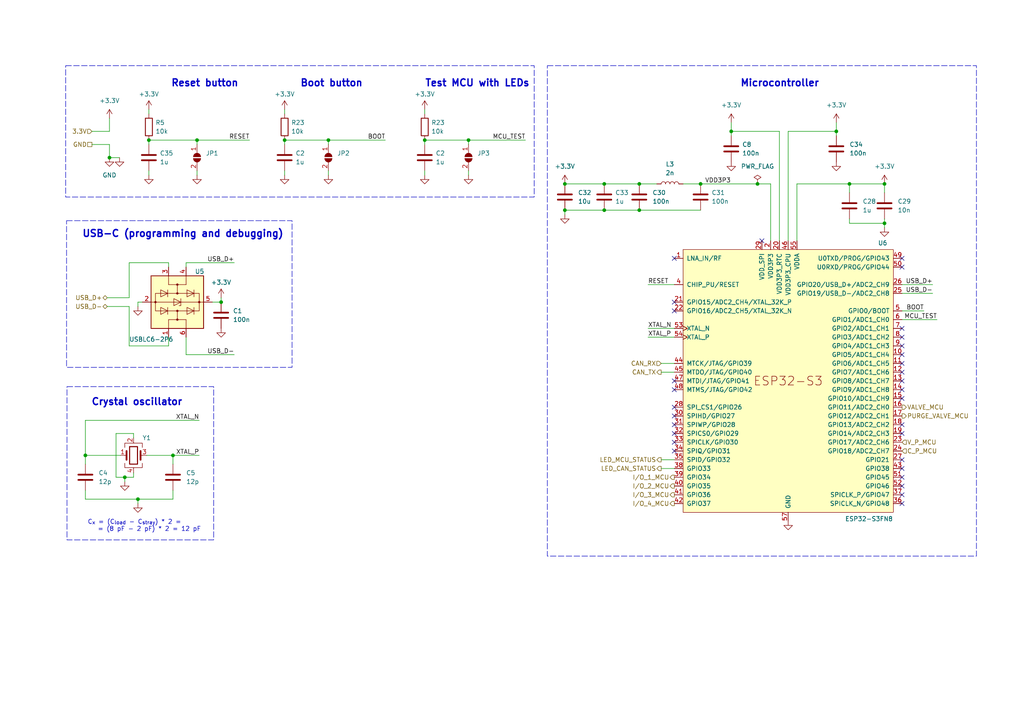
<source format=kicad_sch>
(kicad_sch (version 20230121) (generator eeschema)

  (uuid 6e2ecb38-bbec-4efc-bc2e-8e5e330f55bf)

  (paper "A4")

  (title_block
    (title "Fuel Cell Control Unit  (FCCU)")
    (date "2024-01-24")
    (company "Hydrogreen Pollub")
  )

  (lib_symbols
    (symbol "Device:C" (pin_numbers hide) (pin_names (offset 0.254)) (in_bom yes) (on_board yes)
      (property "Reference" "C" (at 0.635 2.54 0)
        (effects (font (size 1.27 1.27)) (justify left))
      )
      (property "Value" "C" (at 0.635 -2.54 0)
        (effects (font (size 1.27 1.27)) (justify left))
      )
      (property "Footprint" "" (at 0.9652 -3.81 0)
        (effects (font (size 1.27 1.27)) hide)
      )
      (property "Datasheet" "~" (at 0 0 0)
        (effects (font (size 1.27 1.27)) hide)
      )
      (property "ki_keywords" "cap capacitor" (at 0 0 0)
        (effects (font (size 1.27 1.27)) hide)
      )
      (property "ki_description" "Unpolarized capacitor" (at 0 0 0)
        (effects (font (size 1.27 1.27)) hide)
      )
      (property "ki_fp_filters" "C_*" (at 0 0 0)
        (effects (font (size 1.27 1.27)) hide)
      )
      (symbol "C_0_1"
        (polyline
          (pts
            (xy -2.032 -0.762)
            (xy 2.032 -0.762)
          )
          (stroke (width 0.508) (type default))
          (fill (type none))
        )
        (polyline
          (pts
            (xy -2.032 0.762)
            (xy 2.032 0.762)
          )
          (stroke (width 0.508) (type default))
          (fill (type none))
        )
      )
      (symbol "C_1_1"
        (pin passive line (at 0 3.81 270) (length 2.794)
          (name "~" (effects (font (size 1.27 1.27))))
          (number "1" (effects (font (size 1.27 1.27))))
        )
        (pin passive line (at 0 -3.81 90) (length 2.794)
          (name "~" (effects (font (size 1.27 1.27))))
          (number "2" (effects (font (size 1.27 1.27))))
        )
      )
    )
    (symbol "Device:Crystal_GND24" (pin_names (offset 1.016) hide) (in_bom yes) (on_board yes)
      (property "Reference" "Y" (at 3.175 5.08 0)
        (effects (font (size 1.27 1.27)) (justify left))
      )
      (property "Value" "Crystal_GND24" (at 3.175 3.175 0)
        (effects (font (size 1.27 1.27)) (justify left))
      )
      (property "Footprint" "" (at 0 0 0)
        (effects (font (size 1.27 1.27)) hide)
      )
      (property "Datasheet" "~" (at 0 0 0)
        (effects (font (size 1.27 1.27)) hide)
      )
      (property "ki_keywords" "quartz ceramic resonator oscillator" (at 0 0 0)
        (effects (font (size 1.27 1.27)) hide)
      )
      (property "ki_description" "Four pin crystal, GND on pins 2 and 4" (at 0 0 0)
        (effects (font (size 1.27 1.27)) hide)
      )
      (property "ki_fp_filters" "Crystal*" (at 0 0 0)
        (effects (font (size 1.27 1.27)) hide)
      )
      (symbol "Crystal_GND24_0_1"
        (rectangle (start -1.143 2.54) (end 1.143 -2.54)
          (stroke (width 0.3048) (type default))
          (fill (type none))
        )
        (polyline
          (pts
            (xy -2.54 0)
            (xy -2.032 0)
          )
          (stroke (width 0) (type default))
          (fill (type none))
        )
        (polyline
          (pts
            (xy -2.032 -1.27)
            (xy -2.032 1.27)
          )
          (stroke (width 0.508) (type default))
          (fill (type none))
        )
        (polyline
          (pts
            (xy 0 -3.81)
            (xy 0 -3.556)
          )
          (stroke (width 0) (type default))
          (fill (type none))
        )
        (polyline
          (pts
            (xy 0 3.556)
            (xy 0 3.81)
          )
          (stroke (width 0) (type default))
          (fill (type none))
        )
        (polyline
          (pts
            (xy 2.032 -1.27)
            (xy 2.032 1.27)
          )
          (stroke (width 0.508) (type default))
          (fill (type none))
        )
        (polyline
          (pts
            (xy 2.032 0)
            (xy 2.54 0)
          )
          (stroke (width 0) (type default))
          (fill (type none))
        )
        (polyline
          (pts
            (xy -2.54 -2.286)
            (xy -2.54 -3.556)
            (xy 2.54 -3.556)
            (xy 2.54 -2.286)
          )
          (stroke (width 0) (type default))
          (fill (type none))
        )
        (polyline
          (pts
            (xy -2.54 2.286)
            (xy -2.54 3.556)
            (xy 2.54 3.556)
            (xy 2.54 2.286)
          )
          (stroke (width 0) (type default))
          (fill (type none))
        )
      )
      (symbol "Crystal_GND24_1_1"
        (pin passive line (at -3.81 0 0) (length 1.27)
          (name "1" (effects (font (size 1.27 1.27))))
          (number "1" (effects (font (size 1.27 1.27))))
        )
        (pin passive line (at 0 5.08 270) (length 1.27)
          (name "2" (effects (font (size 1.27 1.27))))
          (number "2" (effects (font (size 1.27 1.27))))
        )
        (pin passive line (at 3.81 0 180) (length 1.27)
          (name "3" (effects (font (size 1.27 1.27))))
          (number "3" (effects (font (size 1.27 1.27))))
        )
        (pin passive line (at 0 -5.08 90) (length 1.27)
          (name "4" (effects (font (size 1.27 1.27))))
          (number "4" (effects (font (size 1.27 1.27))))
        )
      )
    )
    (symbol "Device:L" (pin_numbers hide) (pin_names (offset 1.016) hide) (in_bom yes) (on_board yes)
      (property "Reference" "L" (at -1.27 0 90)
        (effects (font (size 1.27 1.27)))
      )
      (property "Value" "L" (at 1.905 0 90)
        (effects (font (size 1.27 1.27)))
      )
      (property "Footprint" "" (at 0 0 0)
        (effects (font (size 1.27 1.27)) hide)
      )
      (property "Datasheet" "~" (at 0 0 0)
        (effects (font (size 1.27 1.27)) hide)
      )
      (property "ki_keywords" "inductor choke coil reactor magnetic" (at 0 0 0)
        (effects (font (size 1.27 1.27)) hide)
      )
      (property "ki_description" "Inductor" (at 0 0 0)
        (effects (font (size 1.27 1.27)) hide)
      )
      (property "ki_fp_filters" "Choke_* *Coil* Inductor_* L_*" (at 0 0 0)
        (effects (font (size 1.27 1.27)) hide)
      )
      (symbol "L_0_1"
        (arc (start 0 -2.54) (mid 0.6323 -1.905) (end 0 -1.27)
          (stroke (width 0) (type default))
          (fill (type none))
        )
        (arc (start 0 -1.27) (mid 0.6323 -0.635) (end 0 0)
          (stroke (width 0) (type default))
          (fill (type none))
        )
        (arc (start 0 0) (mid 0.6323 0.635) (end 0 1.27)
          (stroke (width 0) (type default))
          (fill (type none))
        )
        (arc (start 0 1.27) (mid 0.6323 1.905) (end 0 2.54)
          (stroke (width 0) (type default))
          (fill (type none))
        )
      )
      (symbol "L_1_1"
        (pin passive line (at 0 3.81 270) (length 1.27)
          (name "1" (effects (font (size 1.27 1.27))))
          (number "1" (effects (font (size 1.27 1.27))))
        )
        (pin passive line (at 0 -3.81 90) (length 1.27)
          (name "2" (effects (font (size 1.27 1.27))))
          (number "2" (effects (font (size 1.27 1.27))))
        )
      )
    )
    (symbol "Device:R" (pin_numbers hide) (pin_names (offset 0)) (in_bom yes) (on_board yes)
      (property "Reference" "R" (at 2.032 0 90)
        (effects (font (size 1.27 1.27)))
      )
      (property "Value" "R" (at 0 0 90)
        (effects (font (size 1.27 1.27)))
      )
      (property "Footprint" "" (at -1.778 0 90)
        (effects (font (size 1.27 1.27)) hide)
      )
      (property "Datasheet" "~" (at 0 0 0)
        (effects (font (size 1.27 1.27)) hide)
      )
      (property "ki_keywords" "R res resistor" (at 0 0 0)
        (effects (font (size 1.27 1.27)) hide)
      )
      (property "ki_description" "Resistor" (at 0 0 0)
        (effects (font (size 1.27 1.27)) hide)
      )
      (property "ki_fp_filters" "R_*" (at 0 0 0)
        (effects (font (size 1.27 1.27)) hide)
      )
      (symbol "R_0_1"
        (rectangle (start -1.016 -2.54) (end 1.016 2.54)
          (stroke (width 0.254) (type default))
          (fill (type none))
        )
      )
      (symbol "R_1_1"
        (pin passive line (at 0 3.81 270) (length 1.27)
          (name "~" (effects (font (size 1.27 1.27))))
          (number "1" (effects (font (size 1.27 1.27))))
        )
        (pin passive line (at 0 -3.81 90) (length 1.27)
          (name "~" (effects (font (size 1.27 1.27))))
          (number "2" (effects (font (size 1.27 1.27))))
        )
      )
    )
    (symbol "Jumper:SolderJumper_2_Open" (pin_names (offset 0) hide) (in_bom yes) (on_board yes)
      (property "Reference" "JP" (at 0 2.032 0)
        (effects (font (size 1.27 1.27)))
      )
      (property "Value" "SolderJumper_2_Open" (at 0 -2.54 0)
        (effects (font (size 1.27 1.27)))
      )
      (property "Footprint" "" (at 0 0 0)
        (effects (font (size 1.27 1.27)) hide)
      )
      (property "Datasheet" "~" (at 0 0 0)
        (effects (font (size 1.27 1.27)) hide)
      )
      (property "ki_keywords" "solder jumper SPST" (at 0 0 0)
        (effects (font (size 1.27 1.27)) hide)
      )
      (property "ki_description" "Solder Jumper, 2-pole, open" (at 0 0 0)
        (effects (font (size 1.27 1.27)) hide)
      )
      (property "ki_fp_filters" "SolderJumper*Open*" (at 0 0 0)
        (effects (font (size 1.27 1.27)) hide)
      )
      (symbol "SolderJumper_2_Open_0_1"
        (arc (start -0.254 1.016) (mid -1.2656 0) (end -0.254 -1.016)
          (stroke (width 0) (type default))
          (fill (type none))
        )
        (arc (start -0.254 1.016) (mid -1.2656 0) (end -0.254 -1.016)
          (stroke (width 0) (type default))
          (fill (type outline))
        )
        (polyline
          (pts
            (xy -0.254 1.016)
            (xy -0.254 -1.016)
          )
          (stroke (width 0) (type default))
          (fill (type none))
        )
        (polyline
          (pts
            (xy 0.254 1.016)
            (xy 0.254 -1.016)
          )
          (stroke (width 0) (type default))
          (fill (type none))
        )
        (arc (start 0.254 -1.016) (mid 1.2656 0) (end 0.254 1.016)
          (stroke (width 0) (type default))
          (fill (type none))
        )
        (arc (start 0.254 -1.016) (mid 1.2656 0) (end 0.254 1.016)
          (stroke (width 0) (type default))
          (fill (type outline))
        )
      )
      (symbol "SolderJumper_2_Open_1_1"
        (pin passive line (at -3.81 0 0) (length 2.54)
          (name "A" (effects (font (size 1.27 1.27))))
          (number "1" (effects (font (size 1.27 1.27))))
        )
        (pin passive line (at 3.81 0 180) (length 2.54)
          (name "B" (effects (font (size 1.27 1.27))))
          (number "2" (effects (font (size 1.27 1.27))))
        )
      )
    )
    (symbol "PCM_Espressif:ESP32-S3" (pin_names (offset 1.016)) (in_bom yes) (on_board yes)
      (property "Reference" "U" (at -30.48 43.18 0)
        (effects (font (size 1.27 1.27)) (justify left))
      )
      (property "Value" "ESP32-S3" (at -30.48 40.64 0)
        (effects (font (size 1.27 1.27)) (justify left))
      )
      (property "Footprint" "Package_DFN_QFN:QFN-56-1EP_7x7mm_P0.4mm_EP5.6x5.6mm" (at 0 -48.26 0)
        (effects (font (size 1.27 1.27)) hide)
      )
      (property "Datasheet" "https://www.espressif.com/sites/default/files/documentation/esp32-s3_datasheet_en.pdf" (at 0 -50.8 0)
        (effects (font (size 1.27 1.27)) hide)
      )
      (property "ki_description" "ESP32-S3 is a low-power MCU-based system-on-chip (SoC) that supports 2.4 GHz Wi-Fi and Bluetooth® Low Energy (Bluetooth LE). It consists of high-performance dual-core microprocessor (Xtensa® 32-bit LX7), a low power coprocessor, a Wi-Fi baseband, a Bluetooth LE baseband, RF module, and peripherals." (at 0 0 0)
        (effects (font (size 1.27 1.27)) hide)
      )
      (symbol "ESP32-S3_0_0"
        (text "ESP32-S3" (at 0 0 0)
          (effects (font (size 2.54 2.54)))
        )
        (pin bidirectional line (at 33.02 -35.56 180) (length 2.54)
          (name "SPICLK_N/GPIO48" (effects (font (size 1.27 1.27))))
          (number "36" (effects (font (size 1.27 1.27))))
        )
        (pin bidirectional line (at 33.02 -33.02 180) (length 2.54)
          (name "SPICLK_P/GPIO47" (effects (font (size 1.27 1.27))))
          (number "37" (effects (font (size 1.27 1.27))))
        )
      )
      (symbol "ESP32-S3_0_1"
        (rectangle (start -30.48 38.1) (end 30.48 -38.1)
          (stroke (width 0) (type default))
          (fill (type background))
        )
      )
      (symbol "ESP32-S3_1_1"
        (pin bidirectional line (at -33.02 35.56 0) (length 2.54)
          (name "LNA_IN/RF" (effects (font (size 1.27 1.27))))
          (number "1" (effects (font (size 1.27 1.27))))
        )
        (pin bidirectional line (at 33.02 7.62 180) (length 2.54)
          (name "GPIO5/ADC1_CH4" (effects (font (size 1.27 1.27))))
          (number "10" (effects (font (size 1.27 1.27))))
        )
        (pin bidirectional line (at 33.02 5.08 180) (length 2.54)
          (name "GPIO6/ADC1_CH5" (effects (font (size 1.27 1.27))))
          (number "11" (effects (font (size 1.27 1.27))))
        )
        (pin bidirectional line (at 33.02 2.54 180) (length 2.54)
          (name "GPIO7/ADC1_CH6" (effects (font (size 1.27 1.27))))
          (number "12" (effects (font (size 1.27 1.27))))
        )
        (pin bidirectional line (at 33.02 0 180) (length 2.54)
          (name "GPIO8/ADC1_CH7" (effects (font (size 1.27 1.27))))
          (number "13" (effects (font (size 1.27 1.27))))
        )
        (pin bidirectional line (at 33.02 -2.54 180) (length 2.54)
          (name "GPIO9/ADC1_CH8" (effects (font (size 1.27 1.27))))
          (number "14" (effects (font (size 1.27 1.27))))
        )
        (pin bidirectional line (at 33.02 -5.08 180) (length 2.54)
          (name "GPIO10/ADC1_CH9" (effects (font (size 1.27 1.27))))
          (number "15" (effects (font (size 1.27 1.27))))
        )
        (pin bidirectional line (at 33.02 -7.62 180) (length 2.54)
          (name "GPIO11/ADC2_CH0" (effects (font (size 1.27 1.27))))
          (number "16" (effects (font (size 1.27 1.27))))
        )
        (pin bidirectional line (at 33.02 -10.16 180) (length 2.54)
          (name "GPIO12/ADC2_CH1" (effects (font (size 1.27 1.27))))
          (number "17" (effects (font (size 1.27 1.27))))
        )
        (pin bidirectional line (at 33.02 -12.7 180) (length 2.54)
          (name "GPIO13/ADC2_CH2" (effects (font (size 1.27 1.27))))
          (number "18" (effects (font (size 1.27 1.27))))
        )
        (pin bidirectional line (at 33.02 -15.24 180) (length 2.54)
          (name "GPIO14/ADC2_CH3" (effects (font (size 1.27 1.27))))
          (number "19" (effects (font (size 1.27 1.27))))
        )
        (pin power_in line (at -5.08 40.64 270) (length 2.54)
          (name "VDD3P3" (effects (font (size 1.27 1.27))))
          (number "2" (effects (font (size 1.27 1.27))))
        )
        (pin power_in line (at -2.54 40.64 270) (length 2.54)
          (name "VDD3P3_RTC" (effects (font (size 1.27 1.27))))
          (number "20" (effects (font (size 1.27 1.27))))
        )
        (pin bidirectional line (at -33.02 22.86 0) (length 2.54)
          (name "GPIO15/ADC2_CH4/XTAL_32K_P" (effects (font (size 1.27 1.27))))
          (number "21" (effects (font (size 1.27 1.27))))
        )
        (pin bidirectional line (at -33.02 20.32 0) (length 2.54)
          (name "GPIO16/ADC2_CH5/XTAL_32K_N" (effects (font (size 1.27 1.27))))
          (number "22" (effects (font (size 1.27 1.27))))
        )
        (pin bidirectional line (at 33.02 -17.78 180) (length 2.54)
          (name "GPIO17/ADC2_CH6" (effects (font (size 1.27 1.27))))
          (number "23" (effects (font (size 1.27 1.27))))
        )
        (pin bidirectional line (at 33.02 -20.32 180) (length 2.54)
          (name "GPIO18/ADC2_CH7" (effects (font (size 1.27 1.27))))
          (number "24" (effects (font (size 1.27 1.27))))
        )
        (pin bidirectional line (at 33.02 25.4 180) (length 2.54)
          (name "GPIO19/USB_D-/ADC2_CH8" (effects (font (size 1.27 1.27))))
          (number "25" (effects (font (size 1.27 1.27))))
        )
        (pin bidirectional line (at 33.02 27.94 180) (length 2.54)
          (name "GPIO20/USB_D+/ADC2_CH9" (effects (font (size 1.27 1.27))))
          (number "26" (effects (font (size 1.27 1.27))))
        )
        (pin bidirectional line (at 33.02 -22.86 180) (length 2.54)
          (name "GPIO21" (effects (font (size 1.27 1.27))))
          (number "27" (effects (font (size 1.27 1.27))))
        )
        (pin bidirectional line (at -33.02 -7.62 0) (length 2.54)
          (name "SPI_CS1/GPIO26" (effects (font (size 1.27 1.27))))
          (number "28" (effects (font (size 1.27 1.27))))
        )
        (pin power_out line (at -7.62 40.64 270) (length 2.54)
          (name "VDD_SPI" (effects (font (size 1.27 1.27))))
          (number "29" (effects (font (size 1.27 1.27))))
        )
        (pin power_in line (at -5.08 40.64 270) (length 2.54) hide
          (name "VDD3P3" (effects (font (size 1.27 1.27))))
          (number "3" (effects (font (size 1.27 1.27))))
        )
        (pin bidirectional line (at -33.02 -10.16 0) (length 2.54)
          (name "SPIHD/GPIO27" (effects (font (size 1.27 1.27))))
          (number "30" (effects (font (size 1.27 1.27))))
        )
        (pin bidirectional line (at -33.02 -12.7 0) (length 2.54)
          (name "SPIWP/GPIO28" (effects (font (size 1.27 1.27))))
          (number "31" (effects (font (size 1.27 1.27))))
        )
        (pin bidirectional line (at -33.02 -15.24 0) (length 2.54)
          (name "SPICS0/GPIO29" (effects (font (size 1.27 1.27))))
          (number "32" (effects (font (size 1.27 1.27))))
        )
        (pin bidirectional line (at -33.02 -17.78 0) (length 2.54)
          (name "SPICLK/GPIO30" (effects (font (size 1.27 1.27))))
          (number "33" (effects (font (size 1.27 1.27))))
        )
        (pin bidirectional line (at -33.02 -20.32 0) (length 2.54)
          (name "SPIQ/GPIO31" (effects (font (size 1.27 1.27))))
          (number "34" (effects (font (size 1.27 1.27))))
        )
        (pin bidirectional line (at -33.02 -22.86 0) (length 2.54)
          (name "SPID/GPIO32" (effects (font (size 1.27 1.27))))
          (number "35" (effects (font (size 1.27 1.27))))
        )
        (pin bidirectional line (at -33.02 -25.4 0) (length 2.54)
          (name "GPIO33" (effects (font (size 1.27 1.27))))
          (number "38" (effects (font (size 1.27 1.27))))
        )
        (pin bidirectional line (at -33.02 -27.94 0) (length 2.54)
          (name "GPIO34" (effects (font (size 1.27 1.27))))
          (number "39" (effects (font (size 1.27 1.27))))
        )
        (pin input line (at -33.02 27.94 0) (length 2.54)
          (name "CHIP_PU/RESET" (effects (font (size 1.27 1.27))))
          (number "4" (effects (font (size 1.27 1.27))))
        )
        (pin bidirectional line (at -33.02 -30.48 0) (length 2.54)
          (name "GPIO35" (effects (font (size 1.27 1.27))))
          (number "40" (effects (font (size 1.27 1.27))))
        )
        (pin bidirectional line (at -33.02 -33.02 0) (length 2.54)
          (name "GPIO36" (effects (font (size 1.27 1.27))))
          (number "41" (effects (font (size 1.27 1.27))))
        )
        (pin bidirectional line (at -33.02 -35.56 0) (length 2.54)
          (name "GPIO37" (effects (font (size 1.27 1.27))))
          (number "42" (effects (font (size 1.27 1.27))))
        )
        (pin bidirectional line (at 33.02 -25.4 180) (length 2.54)
          (name "GPIO38" (effects (font (size 1.27 1.27))))
          (number "43" (effects (font (size 1.27 1.27))))
        )
        (pin bidirectional line (at -33.02 5.08 0) (length 2.54)
          (name "MTCK/JTAG/GPIO39" (effects (font (size 1.27 1.27))))
          (number "44" (effects (font (size 1.27 1.27))))
        )
        (pin bidirectional line (at -33.02 2.54 0) (length 2.54)
          (name "MTDO/JTAG/GPIO40" (effects (font (size 1.27 1.27))))
          (number "45" (effects (font (size 1.27 1.27))))
        )
        (pin power_in line (at 0 40.64 270) (length 2.54)
          (name "VDD3P3_CPU" (effects (font (size 1.27 1.27))))
          (number "46" (effects (font (size 1.27 1.27))))
        )
        (pin bidirectional line (at -33.02 0 0) (length 2.54)
          (name "MTDI/JTAG/GPIO41" (effects (font (size 1.27 1.27))))
          (number "47" (effects (font (size 1.27 1.27))))
        )
        (pin bidirectional line (at -33.02 -2.54 0) (length 2.54)
          (name "MTMS/JTAG/GPIO42" (effects (font (size 1.27 1.27))))
          (number "48" (effects (font (size 1.27 1.27))))
        )
        (pin bidirectional line (at 33.02 35.56 180) (length 2.54)
          (name "U0TXD/PROG/GPIO43" (effects (font (size 1.27 1.27))))
          (number "49" (effects (font (size 1.27 1.27))))
        )
        (pin bidirectional line (at 33.02 20.32 180) (length 2.54)
          (name "GPIO0/BOOT" (effects (font (size 1.27 1.27))))
          (number "5" (effects (font (size 1.27 1.27))))
        )
        (pin bidirectional line (at 33.02 33.02 180) (length 2.54)
          (name "U0RXD/PROG/GPIO44" (effects (font (size 1.27 1.27))))
          (number "50" (effects (font (size 1.27 1.27))))
        )
        (pin bidirectional line (at 33.02 -27.94 180) (length 2.54)
          (name "GPIO45" (effects (font (size 1.27 1.27))))
          (number "51" (effects (font (size 1.27 1.27))))
        )
        (pin bidirectional line (at 33.02 -30.48 180) (length 2.54)
          (name "GPIO46" (effects (font (size 1.27 1.27))))
          (number "52" (effects (font (size 1.27 1.27))))
        )
        (pin input clock (at -33.02 15.24 0) (length 2.54)
          (name "XTAL_N" (effects (font (size 1.27 1.27))))
          (number "53" (effects (font (size 1.27 1.27))))
        )
        (pin output clock (at -33.02 12.7 0) (length 2.54)
          (name "XTAL_P" (effects (font (size 1.27 1.27))))
          (number "54" (effects (font (size 1.27 1.27))))
        )
        (pin power_in line (at 2.54 40.64 270) (length 2.54)
          (name "VDDA" (effects (font (size 1.27 1.27))))
          (number "55" (effects (font (size 1.27 1.27))))
        )
        (pin passive line (at 2.54 40.64 270) (length 2.54) hide
          (name "VDDA" (effects (font (size 1.27 1.27))))
          (number "56" (effects (font (size 1.27 1.27))))
        )
        (pin power_in line (at 0 -40.64 90) (length 2.54)
          (name "GND" (effects (font (size 1.27 1.27))))
          (number "57" (effects (font (size 1.27 1.27))))
        )
        (pin bidirectional line (at 33.02 17.78 180) (length 2.54)
          (name "GPIO1/ADC1_CH0" (effects (font (size 1.27 1.27))))
          (number "6" (effects (font (size 1.27 1.27))))
        )
        (pin bidirectional line (at 33.02 15.24 180) (length 2.54)
          (name "GPIO2/ADC1_CH1" (effects (font (size 1.27 1.27))))
          (number "7" (effects (font (size 1.27 1.27))))
        )
        (pin bidirectional line (at 33.02 12.7 180) (length 2.54)
          (name "GPIO3/ADC1_CH2" (effects (font (size 1.27 1.27))))
          (number "8" (effects (font (size 1.27 1.27))))
        )
        (pin bidirectional line (at 33.02 10.16 180) (length 2.54)
          (name "GPIO4/ADC1_CH3" (effects (font (size 1.27 1.27))))
          (number "9" (effects (font (size 1.27 1.27))))
        )
      )
    )
    (symbol "Power_Protection:USBLC6-2P6" (pin_names hide) (in_bom yes) (on_board yes)
      (property "Reference" "U" (at 2.54 8.89 0)
        (effects (font (size 1.27 1.27)) (justify left))
      )
      (property "Value" "USBLC6-2P6" (at 2.54 -8.89 0)
        (effects (font (size 1.27 1.27)) (justify left))
      )
      (property "Footprint" "Package_TO_SOT_SMD:SOT-666" (at 0 -12.7 0)
        (effects (font (size 1.27 1.27)) hide)
      )
      (property "Datasheet" "https://www.st.com/resource/en/datasheet/usblc6-2.pdf" (at 5.08 8.89 0)
        (effects (font (size 1.27 1.27)) hide)
      )
      (property "ki_keywords" "usb ethernet video" (at 0 0 0)
        (effects (font (size 1.27 1.27)) hide)
      )
      (property "ki_description" "Very low capacitance ESD protection diode, 2 data-line, SOT-666" (at 0 0 0)
        (effects (font (size 1.27 1.27)) hide)
      )
      (property "ki_fp_filters" "SOT?666*" (at 0 0 0)
        (effects (font (size 1.27 1.27)) hide)
      )
      (symbol "USBLC6-2P6_0_1"
        (rectangle (start -7.62 -7.62) (end 7.62 7.62)
          (stroke (width 0.254) (type default))
          (fill (type background))
        )
        (circle (center -5.08 0) (radius 0.254)
          (stroke (width 0) (type default))
          (fill (type outline))
        )
        (circle (center -2.54 0) (radius 0.254)
          (stroke (width 0) (type default))
          (fill (type outline))
        )
        (rectangle (start -2.54 6.35) (end 2.54 -6.35)
          (stroke (width 0) (type default))
          (fill (type none))
        )
        (circle (center 0 -6.35) (radius 0.254)
          (stroke (width 0) (type default))
          (fill (type outline))
        )
        (polyline
          (pts
            (xy -5.08 -2.54)
            (xy -7.62 -2.54)
          )
          (stroke (width 0) (type default))
          (fill (type none))
        )
        (polyline
          (pts
            (xy -5.08 0)
            (xy -5.08 -2.54)
          )
          (stroke (width 0) (type default))
          (fill (type none))
        )
        (polyline
          (pts
            (xy -5.08 2.54)
            (xy -7.62 2.54)
          )
          (stroke (width 0) (type default))
          (fill (type none))
        )
        (polyline
          (pts
            (xy -1.524 -2.794)
            (xy -3.556 -2.794)
          )
          (stroke (width 0) (type default))
          (fill (type none))
        )
        (polyline
          (pts
            (xy -1.524 4.826)
            (xy -3.556 4.826)
          )
          (stroke (width 0) (type default))
          (fill (type none))
        )
        (polyline
          (pts
            (xy 0 -7.62)
            (xy 0 -6.35)
          )
          (stroke (width 0) (type default))
          (fill (type none))
        )
        (polyline
          (pts
            (xy 0 -6.35)
            (xy 0 1.27)
          )
          (stroke (width 0) (type default))
          (fill (type none))
        )
        (polyline
          (pts
            (xy 0 1.27)
            (xy 0 6.35)
          )
          (stroke (width 0) (type default))
          (fill (type none))
        )
        (polyline
          (pts
            (xy 0 6.35)
            (xy 0 7.62)
          )
          (stroke (width 0) (type default))
          (fill (type none))
        )
        (polyline
          (pts
            (xy 1.524 -2.794)
            (xy 3.556 -2.794)
          )
          (stroke (width 0) (type default))
          (fill (type none))
        )
        (polyline
          (pts
            (xy 1.524 4.826)
            (xy 3.556 4.826)
          )
          (stroke (width 0) (type default))
          (fill (type none))
        )
        (polyline
          (pts
            (xy 5.08 -2.54)
            (xy 7.62 -2.54)
          )
          (stroke (width 0) (type default))
          (fill (type none))
        )
        (polyline
          (pts
            (xy 5.08 0)
            (xy 5.08 -2.54)
          )
          (stroke (width 0) (type default))
          (fill (type none))
        )
        (polyline
          (pts
            (xy 5.08 2.54)
            (xy 7.62 2.54)
          )
          (stroke (width 0) (type default))
          (fill (type none))
        )
        (polyline
          (pts
            (xy -2.54 0)
            (xy -5.08 0)
            (xy -5.08 2.54)
          )
          (stroke (width 0) (type default))
          (fill (type none))
        )
        (polyline
          (pts
            (xy 2.54 0)
            (xy 5.08 0)
            (xy 5.08 2.54)
          )
          (stroke (width 0) (type default))
          (fill (type none))
        )
        (polyline
          (pts
            (xy -3.556 -4.826)
            (xy -1.524 -4.826)
            (xy -2.54 -2.794)
            (xy -3.556 -4.826)
          )
          (stroke (width 0) (type default))
          (fill (type none))
        )
        (polyline
          (pts
            (xy -3.556 2.794)
            (xy -1.524 2.794)
            (xy -2.54 4.826)
            (xy -3.556 2.794)
          )
          (stroke (width 0) (type default))
          (fill (type none))
        )
        (polyline
          (pts
            (xy -1.016 -1.016)
            (xy 1.016 -1.016)
            (xy 0 1.016)
            (xy -1.016 -1.016)
          )
          (stroke (width 0) (type default))
          (fill (type none))
        )
        (polyline
          (pts
            (xy 1.016 1.016)
            (xy 0.762 1.016)
            (xy -1.016 1.016)
            (xy -1.016 0.508)
          )
          (stroke (width 0) (type default))
          (fill (type none))
        )
        (polyline
          (pts
            (xy 3.556 -4.826)
            (xy 1.524 -4.826)
            (xy 2.54 -2.794)
            (xy 3.556 -4.826)
          )
          (stroke (width 0) (type default))
          (fill (type none))
        )
        (polyline
          (pts
            (xy 3.556 2.794)
            (xy 1.524 2.794)
            (xy 2.54 4.826)
            (xy 3.556 2.794)
          )
          (stroke (width 0) (type default))
          (fill (type none))
        )
        (circle (center 0 6.35) (radius 0.254)
          (stroke (width 0) (type default))
          (fill (type outline))
        )
        (circle (center 2.54 0) (radius 0.254)
          (stroke (width 0) (type default))
          (fill (type outline))
        )
        (circle (center 5.08 0) (radius 0.254)
          (stroke (width 0) (type default))
          (fill (type outline))
        )
      )
      (symbol "USBLC6-2P6_1_1"
        (pin passive line (at -10.16 -2.54 0) (length 2.54)
          (name "I/O1" (effects (font (size 1.27 1.27))))
          (number "1" (effects (font (size 1.27 1.27))))
        )
        (pin passive line (at 0 -10.16 90) (length 2.54)
          (name "GND" (effects (font (size 1.27 1.27))))
          (number "2" (effects (font (size 1.27 1.27))))
        )
        (pin passive line (at 10.16 -2.54 180) (length 2.54)
          (name "I/O2" (effects (font (size 1.27 1.27))))
          (number "3" (effects (font (size 1.27 1.27))))
        )
        (pin passive line (at 10.16 2.54 180) (length 2.54)
          (name "I/O2" (effects (font (size 1.27 1.27))))
          (number "4" (effects (font (size 1.27 1.27))))
        )
        (pin passive line (at 0 10.16 270) (length 2.54)
          (name "VBUS" (effects (font (size 1.27 1.27))))
          (number "5" (effects (font (size 1.27 1.27))))
        )
        (pin passive line (at -10.16 2.54 0) (length 2.54)
          (name "I/O1" (effects (font (size 1.27 1.27))))
          (number "6" (effects (font (size 1.27 1.27))))
        )
      )
    )
    (symbol "power:+3.3V" (power) (pin_names (offset 0)) (in_bom yes) (on_board yes)
      (property "Reference" "#PWR" (at 0 -3.81 0)
        (effects (font (size 1.27 1.27)) hide)
      )
      (property "Value" "+3.3V" (at 0 3.556 0)
        (effects (font (size 1.27 1.27)))
      )
      (property "Footprint" "" (at 0 0 0)
        (effects (font (size 1.27 1.27)) hide)
      )
      (property "Datasheet" "" (at 0 0 0)
        (effects (font (size 1.27 1.27)) hide)
      )
      (property "ki_keywords" "global power" (at 0 0 0)
        (effects (font (size 1.27 1.27)) hide)
      )
      (property "ki_description" "Power symbol creates a global label with name \"+3.3V\"" (at 0 0 0)
        (effects (font (size 1.27 1.27)) hide)
      )
      (symbol "+3.3V_0_1"
        (polyline
          (pts
            (xy -0.762 1.27)
            (xy 0 2.54)
          )
          (stroke (width 0) (type default))
          (fill (type none))
        )
        (polyline
          (pts
            (xy 0 0)
            (xy 0 2.54)
          )
          (stroke (width 0) (type default))
          (fill (type none))
        )
        (polyline
          (pts
            (xy 0 2.54)
            (xy 0.762 1.27)
          )
          (stroke (width 0) (type default))
          (fill (type none))
        )
      )
      (symbol "+3.3V_1_1"
        (pin power_in line (at 0 0 90) (length 0) hide
          (name "+3.3V" (effects (font (size 1.27 1.27))))
          (number "1" (effects (font (size 1.27 1.27))))
        )
      )
    )
    (symbol "power:GND" (power) (pin_names (offset 0)) (in_bom yes) (on_board yes)
      (property "Reference" "#PWR" (at 0 -6.35 0)
        (effects (font (size 1.27 1.27)) hide)
      )
      (property "Value" "GND" (at 0 -3.81 0)
        (effects (font (size 1.27 1.27)))
      )
      (property "Footprint" "" (at 0 0 0)
        (effects (font (size 1.27 1.27)) hide)
      )
      (property "Datasheet" "" (at 0 0 0)
        (effects (font (size 1.27 1.27)) hide)
      )
      (property "ki_keywords" "global power" (at 0 0 0)
        (effects (font (size 1.27 1.27)) hide)
      )
      (property "ki_description" "Power symbol creates a global label with name \"GND\" , ground" (at 0 0 0)
        (effects (font (size 1.27 1.27)) hide)
      )
      (symbol "GND_0_1"
        (polyline
          (pts
            (xy 0 0)
            (xy 0 -1.27)
            (xy 1.27 -1.27)
            (xy 0 -2.54)
            (xy -1.27 -1.27)
            (xy 0 -1.27)
          )
          (stroke (width 0) (type default))
          (fill (type none))
        )
      )
      (symbol "GND_1_1"
        (pin power_in line (at 0 0 270) (length 0) hide
          (name "GND" (effects (font (size 1.27 1.27))))
          (number "1" (effects (font (size 1.27 1.27))))
        )
      )
    )
    (symbol "power:PWR_FLAG" (power) (pin_numbers hide) (pin_names (offset 0) hide) (in_bom yes) (on_board yes)
      (property "Reference" "#FLG" (at 0 1.905 0)
        (effects (font (size 1.27 1.27)) hide)
      )
      (property "Value" "PWR_FLAG" (at 0 3.81 0)
        (effects (font (size 1.27 1.27)))
      )
      (property "Footprint" "" (at 0 0 0)
        (effects (font (size 1.27 1.27)) hide)
      )
      (property "Datasheet" "~" (at 0 0 0)
        (effects (font (size 1.27 1.27)) hide)
      )
      (property "ki_keywords" "flag power" (at 0 0 0)
        (effects (font (size 1.27 1.27)) hide)
      )
      (property "ki_description" "Special symbol for telling ERC where power comes from" (at 0 0 0)
        (effects (font (size 1.27 1.27)) hide)
      )
      (symbol "PWR_FLAG_0_0"
        (pin power_out line (at 0 0 90) (length 0)
          (name "pwr" (effects (font (size 1.27 1.27))))
          (number "1" (effects (font (size 1.27 1.27))))
        )
      )
      (symbol "PWR_FLAG_0_1"
        (polyline
          (pts
            (xy 0 0)
            (xy 0 1.27)
            (xy -1.016 1.905)
            (xy 0 2.54)
            (xy 1.016 1.905)
            (xy 0 1.27)
          )
          (stroke (width 0) (type default))
          (fill (type none))
        )
      )
    )
  )

  (junction (at 95.25 40.64) (diameter 0) (color 0 0 0 0)
    (uuid 030b7746-47ea-4ed7-b39d-8a0c567ec92a)
  )
  (junction (at 163.83 60.96) (diameter 0) (color 0 0 0 0)
    (uuid 03e68069-3273-421d-ab92-3580b43d8582)
  )
  (junction (at 135.89 40.64) (diameter 0) (color 0 0 0 0)
    (uuid 16510068-c700-4ffc-8662-6448ff47e903)
  )
  (junction (at 57.15 40.64) (diameter 0) (color 0 0 0 0)
    (uuid 1b91a314-7dcc-4bec-b9cc-e2f174019075)
  )
  (junction (at 219.71 53.34) (diameter 0) (color 0 0 0 0)
    (uuid 22e00b9a-2022-49fa-a390-1c3ac006633b)
  )
  (junction (at 212.09 38.1) (diameter 0) (color 0 0 0 0)
    (uuid 2b00cbc6-bee5-4e1c-a9c5-e252f1b60620)
  )
  (junction (at 175.26 53.34) (diameter 0) (color 0 0 0 0)
    (uuid 2c3f76e0-2c95-4cfc-9a9e-16609da387d1)
  )
  (junction (at 163.83 53.34) (diameter 0) (color 0 0 0 0)
    (uuid 3d3b9477-2ed5-4a75-82ed-bdee0f430455)
  )
  (junction (at 242.57 38.1) (diameter 0) (color 0 0 0 0)
    (uuid 4b569c32-ed4f-4d4f-8b4c-5edc2642d173)
  )
  (junction (at 123.19 40.64) (diameter 0) (color 0 0 0 0)
    (uuid 4f01be41-9497-4e8a-9853-132e5bb5ef5c)
  )
  (junction (at 64.135 87.63) (diameter 0) (color 0 0 0 0)
    (uuid 5e66dd14-0751-4583-a865-e4662d7ed70d)
  )
  (junction (at 185.42 53.34) (diameter 0) (color 0 0 0 0)
    (uuid 6d4e5561-5846-4dec-b76e-7a67e0a381a0)
  )
  (junction (at 31.75 45.72) (diameter 0) (color 0 0 0 0)
    (uuid 7620fce7-c978-4d66-8959-7d295b2078c0)
  )
  (junction (at 24.765 132.08) (diameter 0) (color 0 0 0 0)
    (uuid 7e23387e-95e6-4dad-a43c-ff1fa8dcbc5a)
  )
  (junction (at 203.2 53.34) (diameter 0) (color 0 0 0 0)
    (uuid 80fca75d-09f2-488e-9c1b-dc33474be724)
  )
  (junction (at 185.42 60.96) (diameter 0) (color 0 0 0 0)
    (uuid 871c6b61-0d22-40c1-bcac-ece9cad935b1)
  )
  (junction (at 256.54 53.34) (diameter 0) (color 0 0 0 0)
    (uuid 8a7cb6e1-c404-446a-bcde-1a3a1ef8a366)
  )
  (junction (at 43.18 40.64) (diameter 0) (color 0 0 0 0)
    (uuid 96373263-961c-41c5-b18d-70d680b69979)
  )
  (junction (at 50.165 132.08) (diameter 0) (color 0 0 0 0)
    (uuid baad4bd8-43ab-4744-b0f1-8099b68c864a)
  )
  (junction (at 40.005 144.78) (diameter 0) (color 0 0 0 0)
    (uuid d8af2dc6-c09e-45aa-843b-f0e6cf21f0db)
  )
  (junction (at 36.195 138.43) (diameter 0) (color 0 0 0 0)
    (uuid db6722d2-abe5-4fa7-bda6-f7db265a222e)
  )
  (junction (at 82.55 40.64) (diameter 0) (color 0 0 0 0)
    (uuid dc859a68-33c3-4a83-b600-6b0799a7f035)
  )
  (junction (at 256.54 64.77) (diameter 0) (color 0 0 0 0)
    (uuid f831bc9f-b18a-4b3d-a643-20ed035d45fa)
  )
  (junction (at 175.26 60.96) (diameter 0) (color 0 0 0 0)
    (uuid f9307168-3f2a-459e-9dda-b0cdd4ffb062)
  )
  (junction (at 246.38 53.34) (diameter 0) (color 0 0 0 0)
    (uuid facaef34-a4d5-4521-9392-e926595b1182)
  )

  (no_connect (at 261.62 77.47) (uuid 0426d8ef-b514-41d9-965c-051216f732db))
  (no_connect (at 261.62 105.41) (uuid 08bfa3fd-30c9-4e03-bd66-16e85e31a53c))
  (no_connect (at 220.98 69.85) (uuid 09077b2b-aa31-41bf-b26b-bf97ba0a28d5))
  (no_connect (at 195.58 90.17) (uuid 14c31228-6554-47e8-be8a-39f55d08067b))
  (no_connect (at 261.62 123.19) (uuid 1d513d4b-4e0b-4cb4-a840-c36d5a26eea7))
  (no_connect (at 261.62 95.25) (uuid 22012b9a-5639-4ba1-a719-7f9254e6febc))
  (no_connect (at 261.62 143.51) (uuid 23269a91-4e7d-4501-8fa6-a33fa9fa7dd4))
  (no_connect (at 261.62 125.73) (uuid 2ddbd92c-1c7a-4505-8052-924ed970a3a3))
  (no_connect (at 195.58 125.73) (uuid 3a0a42bb-46a3-40e1-8f22-ecf1828bbf64))
  (no_connect (at 195.58 74.93) (uuid 48be1952-e8fc-4ed8-8521-2a2a4bfa8064))
  (no_connect (at 261.62 115.57) (uuid 49223c06-191a-4fcc-8632-5c90872c8ebc))
  (no_connect (at 195.58 128.27) (uuid 4f28c482-eca0-4caa-bc53-1966267e50c8))
  (no_connect (at 261.62 100.33) (uuid 59e48fdb-bf56-40ed-bf43-dfb9e9862ff9))
  (no_connect (at 195.58 87.63) (uuid 7584f7e6-1cd6-4767-98c1-6d7e369e4a83))
  (no_connect (at 195.58 120.65) (uuid 76b2073d-c41d-469d-9f35-694b521ea5cd))
  (no_connect (at 261.62 140.97) (uuid 7bd2ba0e-106e-4e6f-90e3-fb8045adf4ff))
  (no_connect (at 195.58 130.81) (uuid 7d74a63e-2f06-4076-857f-d917c372596e))
  (no_connect (at 195.58 113.03) (uuid 7ef85aa0-76c8-4fd6-899c-2c0dc0fc92aa))
  (no_connect (at 261.62 102.87) (uuid 885012c3-b701-4138-882d-0e9c89e97aef))
  (no_connect (at 261.62 74.93) (uuid 8a5fab87-0ac8-4694-87dc-7770c7826f58))
  (no_connect (at 261.62 107.95) (uuid 8f58a140-a239-4323-839a-d99eab89b193))
  (no_connect (at 195.58 118.11) (uuid 922cd520-eb81-405d-9171-26c2908bb61b))
  (no_connect (at 261.62 113.03) (uuid 9d3d1f81-d029-4ff0-acb1-a4d89dda1072))
  (no_connect (at 261.62 133.35) (uuid 9f4cd2ab-841d-4a02-b377-d4cee95f8935))
  (no_connect (at 261.62 138.43) (uuid ad280bb8-5c98-4d12-b3f8-9a02a372446e))
  (no_connect (at 195.58 123.19) (uuid c2dd9d88-5665-40ab-b09b-d69f8cb6c866))
  (no_connect (at 261.62 146.05) (uuid c9d910af-b459-43be-a7fa-3e58bd89707f))
  (no_connect (at 195.58 110.49) (uuid e6192dcc-3891-44fb-a0c7-406f57438a3c))
  (no_connect (at 261.62 135.89) (uuid ea0f6a1d-4680-4077-9611-b1c50e8fc13e))
  (no_connect (at 261.62 110.49) (uuid ed226c34-13fe-4b6f-8611-d252f3532a6c))
  (no_connect (at 261.62 97.79) (uuid f2f2c5c9-3fc4-4bb7-bd2c-c752fe1a729c))

  (wire (pts (xy 163.83 62.23) (xy 163.83 60.96))
    (stroke (width 0) (type default))
    (uuid 004a65a3-4f8c-4d5e-bb97-c0c01ee3d9a6)
  )
  (wire (pts (xy 228.6 38.1) (xy 242.57 38.1))
    (stroke (width 0) (type default))
    (uuid 066352a1-f72f-44a7-981d-20f3b11d815d)
  )
  (wire (pts (xy 163.83 53.34) (xy 175.26 53.34))
    (stroke (width 0) (type default))
    (uuid 0717864d-dbab-4a25-a26b-f112a4e658b3)
  )
  (wire (pts (xy 191.77 107.95) (xy 195.58 107.95))
    (stroke (width 0) (type default))
    (uuid 09634a81-c1fd-486c-b89f-218a0981ddb6)
  )
  (wire (pts (xy 48.895 97.79) (xy 48.895 100.33))
    (stroke (width 0) (type default))
    (uuid 0c32b476-4257-4d6a-8567-b1a49ac31dc7)
  )
  (wire (pts (xy 261.62 90.17) (xy 267.97 90.17))
    (stroke (width 0) (type default))
    (uuid 10129852-07b8-47f6-94e1-40f3495c7dd8)
  )
  (wire (pts (xy 24.765 142.24) (xy 24.765 144.78))
    (stroke (width 0) (type default))
    (uuid 11946cb2-6474-4aa2-8cd3-60c96c21be5e)
  )
  (wire (pts (xy 185.42 53.34) (xy 190.5 53.34))
    (stroke (width 0) (type default))
    (uuid 126b954a-a1b0-458e-9cfc-82e4d46a92ea)
  )
  (wire (pts (xy 26.67 38.1) (xy 31.75 38.1))
    (stroke (width 0) (type default))
    (uuid 14519a87-33e9-412a-ba6b-f43606764ab2)
  )
  (wire (pts (xy 48.895 76.2) (xy 48.895 77.47))
    (stroke (width 0) (type default))
    (uuid 17b35747-d8d5-4c07-a092-74e3107b73e1)
  )
  (wire (pts (xy 38.735 137.16) (xy 38.735 138.43))
    (stroke (width 0) (type default))
    (uuid 1abe63fb-9ef9-4e66-9f1c-55e5f1e66130)
  )
  (wire (pts (xy 82.55 50.8) (xy 82.55 49.53))
    (stroke (width 0) (type default))
    (uuid 1aeda88b-f338-450e-a228-653e80e976f2)
  )
  (wire (pts (xy 163.83 60.96) (xy 175.26 60.96))
    (stroke (width 0) (type default))
    (uuid 1dec0220-0c81-49b4-995b-7d518841a0f1)
  )
  (wire (pts (xy 187.96 95.25) (xy 195.58 95.25))
    (stroke (width 0) (type default))
    (uuid 1e0429c7-249f-40f3-ba2c-5bae69af826a)
  )
  (wire (pts (xy 270.51 82.55) (xy 261.62 82.55))
    (stroke (width 0) (type default))
    (uuid 2120938f-f5d2-4a45-9682-25bf8f3cad61)
  )
  (wire (pts (xy 175.26 60.96) (xy 185.42 60.96))
    (stroke (width 0) (type default))
    (uuid 21c37cba-f632-4684-8ea5-7aa818048391)
  )
  (wire (pts (xy 53.975 76.2) (xy 67.945 76.2))
    (stroke (width 0) (type default))
    (uuid 29a1627c-5e5b-42ac-a93b-24efafddeb51)
  )
  (wire (pts (xy 95.25 49.53) (xy 95.25 50.8))
    (stroke (width 0) (type default))
    (uuid 2c6ad1f1-bbd1-46db-ba98-bf69cf0119d3)
  )
  (wire (pts (xy 185.42 60.96) (xy 203.2 60.96))
    (stroke (width 0) (type default))
    (uuid 2eb23b83-dcf8-40fb-bba1-1a04a293ce7b)
  )
  (wire (pts (xy 50.165 132.08) (xy 57.785 132.08))
    (stroke (width 0) (type default))
    (uuid 2f1bbe9a-250a-4240-a851-e93469c7adf1)
  )
  (wire (pts (xy 191.77 135.89) (xy 195.58 135.89))
    (stroke (width 0) (type default))
    (uuid 3993e63f-be3e-4214-a85c-fefffc7a8e4a)
  )
  (wire (pts (xy 191.77 105.41) (xy 195.58 105.41))
    (stroke (width 0) (type default))
    (uuid 3a27fbfc-d687-47a7-929a-5d6c8c4d26b8)
  )
  (wire (pts (xy 212.09 38.1) (xy 226.06 38.1))
    (stroke (width 0) (type default))
    (uuid 3d3bf3b6-2ff6-4f4e-b149-3d61c4761548)
  )
  (wire (pts (xy 123.19 40.64) (xy 135.89 40.64))
    (stroke (width 0) (type default))
    (uuid 3e9d526d-8c35-482e-892e-22d2324db6db)
  )
  (wire (pts (xy 256.54 63.5) (xy 256.54 64.77))
    (stroke (width 0) (type default))
    (uuid 4417cc10-8a0e-4d09-af84-7f1538d23636)
  )
  (wire (pts (xy 50.165 132.08) (xy 50.165 134.62))
    (stroke (width 0) (type default))
    (uuid 46fe07af-e8f0-4043-81fc-5043b54f49ea)
  )
  (wire (pts (xy 223.52 53.34) (xy 223.52 69.85))
    (stroke (width 0) (type default))
    (uuid 47ce7b23-0354-4bce-ab4a-ca8b54a30097)
  )
  (wire (pts (xy 203.2 53.34) (xy 219.71 53.34))
    (stroke (width 0) (type default))
    (uuid 53115957-bce6-4666-9ef0-5e294eea3452)
  )
  (wire (pts (xy 57.15 49.53) (xy 57.15 50.8))
    (stroke (width 0) (type default))
    (uuid 553f0251-212e-4fe2-b808-b63239430856)
  )
  (wire (pts (xy 246.38 63.5) (xy 246.38 64.77))
    (stroke (width 0) (type default))
    (uuid 55fe6e7b-127b-4a67-a875-ca1a199a3858)
  )
  (wire (pts (xy 135.89 40.64) (xy 135.89 41.91))
    (stroke (width 0) (type default))
    (uuid 579e11f4-fb32-4fbb-a03e-d4b1dc3f5d4b)
  )
  (wire (pts (xy 43.18 31.75) (xy 43.18 33.02))
    (stroke (width 0) (type default))
    (uuid 5ce4ae46-f122-490d-8538-032566181e42)
  )
  (wire (pts (xy 64.135 86.36) (xy 64.135 87.63))
    (stroke (width 0) (type default))
    (uuid 5e13276b-0fd4-4c5b-b2c0-65e20cce37d2)
  )
  (wire (pts (xy 31.75 38.1) (xy 31.75 34.29))
    (stroke (width 0) (type default))
    (uuid 5f82a2a8-bf68-40e0-8302-7b48d4ceaf82)
  )
  (wire (pts (xy 42.545 132.08) (xy 50.165 132.08))
    (stroke (width 0) (type default))
    (uuid 606382c2-9718-4f7c-8ccb-f3f6bbe69219)
  )
  (wire (pts (xy 36.195 139.7) (xy 36.195 138.43))
    (stroke (width 0) (type default))
    (uuid 60bbc20f-a8d4-49a9-9e72-12c31d27aa84)
  )
  (wire (pts (xy 246.38 64.77) (xy 256.54 64.77))
    (stroke (width 0) (type default))
    (uuid 60cd69f6-cdd2-4c5b-972a-26210ad37233)
  )
  (wire (pts (xy 31.75 41.91) (xy 31.75 45.72))
    (stroke (width 0) (type default))
    (uuid 65acec51-808b-4742-9117-e176f33a69d2)
  )
  (wire (pts (xy 231.14 53.34) (xy 246.38 53.34))
    (stroke (width 0) (type default))
    (uuid 67011940-3e56-4173-9d26-0ae5d72153f0)
  )
  (wire (pts (xy 37.465 88.9) (xy 31.115 88.9))
    (stroke (width 0) (type default))
    (uuid 68637000-94cb-40c1-9916-e816992c7195)
  )
  (wire (pts (xy 135.89 40.64) (xy 152.4 40.64))
    (stroke (width 0) (type default))
    (uuid 6aa5f48b-e7a6-4b13-82ea-5a7a44fdafe2)
  )
  (wire (pts (xy 53.975 102.87) (xy 67.945 102.87))
    (stroke (width 0) (type default))
    (uuid 6d5c6cba-e38d-459b-8675-e276dcd548f6)
  )
  (wire (pts (xy 43.18 50.8) (xy 43.18 49.53))
    (stroke (width 0) (type default))
    (uuid 6e0d7c25-c629-4124-9e13-fc97caf99e0c)
  )
  (wire (pts (xy 40.005 146.05) (xy 40.005 144.78))
    (stroke (width 0) (type default))
    (uuid 6e2047bd-5b63-4211-92fa-da3f5501319f)
  )
  (wire (pts (xy 24.765 132.08) (xy 24.765 121.92))
    (stroke (width 0) (type default))
    (uuid 7003c4ed-3766-47fa-9e7b-06f5c2632c49)
  )
  (wire (pts (xy 53.975 102.87) (xy 53.975 97.79))
    (stroke (width 0) (type default))
    (uuid 70e00526-df24-4690-b161-53aad175cbba)
  )
  (wire (pts (xy 34.925 132.08) (xy 24.765 132.08))
    (stroke (width 0) (type default))
    (uuid 78edbdc6-fbb8-4803-b795-24d1c7b642ed)
  )
  (wire (pts (xy 212.09 38.1) (xy 212.09 39.37))
    (stroke (width 0) (type default))
    (uuid 7e5577aa-5459-49d6-9f55-b9160b8697d9)
  )
  (wire (pts (xy 256.54 64.77) (xy 256.54 66.04))
    (stroke (width 0) (type default))
    (uuid 80ba290a-d1c5-4893-9d99-0557f6babce2)
  )
  (wire (pts (xy 50.165 144.78) (xy 40.005 144.78))
    (stroke (width 0) (type default))
    (uuid 8508ca1a-b8ba-4889-887a-6e509926e134)
  )
  (wire (pts (xy 37.465 88.9) (xy 37.465 100.33))
    (stroke (width 0) (type default))
    (uuid 87cfd13e-fd34-4654-9ca0-6464bb5b54ce)
  )
  (wire (pts (xy 82.55 31.75) (xy 82.55 33.02))
    (stroke (width 0) (type default))
    (uuid 89332715-fcca-434f-beb9-411db5edf05a)
  )
  (wire (pts (xy 82.55 40.64) (xy 95.25 40.64))
    (stroke (width 0) (type default))
    (uuid 8cf85fea-3b08-4d26-8a81-104e9f13168f)
  )
  (wire (pts (xy 256.54 55.88) (xy 256.54 53.34))
    (stroke (width 0) (type default))
    (uuid 8f409c47-d937-4490-90c0-908f7060369f)
  )
  (wire (pts (xy 228.6 69.85) (xy 228.6 38.1))
    (stroke (width 0) (type default))
    (uuid 92e1a201-72c0-4dab-878a-04efd14f6e3b)
  )
  (wire (pts (xy 24.765 144.78) (xy 40.005 144.78))
    (stroke (width 0) (type default))
    (uuid 9483abcb-76bb-4a82-bc29-81862d1f64fe)
  )
  (wire (pts (xy 242.57 38.1) (xy 242.57 39.37))
    (stroke (width 0) (type default))
    (uuid 95ba9cc8-264f-4523-8b58-6d4895c15696)
  )
  (wire (pts (xy 123.19 40.64) (xy 123.19 41.91))
    (stroke (width 0) (type default))
    (uuid 96623d44-fc0e-4c4b-a550-ca3acaded880)
  )
  (wire (pts (xy 175.26 53.34) (xy 185.42 53.34))
    (stroke (width 0) (type default))
    (uuid 973b8fb7-85f6-48e5-b2ad-369af759067e)
  )
  (wire (pts (xy 219.71 53.34) (xy 223.52 53.34))
    (stroke (width 0) (type default))
    (uuid 977d6411-fc49-4799-8ff7-b0f61fc361e8)
  )
  (wire (pts (xy 37.465 100.33) (xy 48.895 100.33))
    (stroke (width 0) (type default))
    (uuid 99e72a25-6b97-49f6-8c74-2560ae961d0d)
  )
  (wire (pts (xy 57.15 40.64) (xy 57.15 41.91))
    (stroke (width 0) (type default))
    (uuid 9ae327b0-04f3-4213-8f78-29dc219160e9)
  )
  (wire (pts (xy 26.67 41.91) (xy 31.75 41.91))
    (stroke (width 0) (type default))
    (uuid a0b8952a-fc71-4c64-b401-f8d940bf0def)
  )
  (wire (pts (xy 57.15 40.64) (xy 72.39 40.64))
    (stroke (width 0) (type default))
    (uuid a0eba663-286d-406e-b287-284476b42708)
  )
  (wire (pts (xy 24.765 132.08) (xy 24.765 134.62))
    (stroke (width 0) (type default))
    (uuid a0f44581-276e-47c7-ad3c-da806992e7a2)
  )
  (wire (pts (xy 95.25 40.64) (xy 95.25 41.91))
    (stroke (width 0) (type default))
    (uuid a8a9eb90-9f0e-433c-9a89-e82d9f806e73)
  )
  (wire (pts (xy 231.14 53.34) (xy 231.14 69.85))
    (stroke (width 0) (type default))
    (uuid a923ab25-b228-45cc-8eba-11ecd92c8cd5)
  )
  (wire (pts (xy 36.195 138.43) (xy 38.735 138.43))
    (stroke (width 0) (type default))
    (uuid aa1380d5-62d8-45f0-9877-c3809ecebbbc)
  )
  (wire (pts (xy 123.19 31.75) (xy 123.19 33.02))
    (stroke (width 0) (type default))
    (uuid aa9c24a7-1268-415d-b542-7183b55747ba)
  )
  (wire (pts (xy 226.06 38.1) (xy 226.06 69.85))
    (stroke (width 0) (type default))
    (uuid ab8a0f75-81a1-4859-bc2b-e2618af420fe)
  )
  (wire (pts (xy 242.57 35.56) (xy 242.57 38.1))
    (stroke (width 0) (type default))
    (uuid ac63c29f-dcdf-42d9-beca-bf0355ba492a)
  )
  (wire (pts (xy 53.975 76.2) (xy 53.975 77.47))
    (stroke (width 0) (type default))
    (uuid af8300b4-6986-467d-8f1d-9d1e8f9151f1)
  )
  (wire (pts (xy 37.465 86.36) (xy 31.115 86.36))
    (stroke (width 0) (type default))
    (uuid b3957dee-344f-49f9-8ff2-fa5f10d09618)
  )
  (wire (pts (xy 191.77 133.35) (xy 195.58 133.35))
    (stroke (width 0) (type default))
    (uuid b4755ce7-ca3f-4fcb-9864-9f32e8ad05e0)
  )
  (wire (pts (xy 24.765 121.92) (xy 57.785 121.92))
    (stroke (width 0) (type default))
    (uuid b4bacb71-9fa6-46eb-84ca-2eed21eda3c5)
  )
  (wire (pts (xy 198.12 53.34) (xy 203.2 53.34))
    (stroke (width 0) (type default))
    (uuid bbbd6eb4-b758-47a8-b9dc-08ef2ba0cd71)
  )
  (wire (pts (xy 43.18 40.64) (xy 43.18 41.91))
    (stroke (width 0) (type default))
    (uuid c1b5eadf-304f-46a2-9ae0-d7d8f1d58183)
  )
  (wire (pts (xy 212.09 35.56) (xy 212.09 38.1))
    (stroke (width 0) (type default))
    (uuid c1dec38e-981e-4336-9add-91b8986f81b0)
  )
  (wire (pts (xy 187.96 97.79) (xy 195.58 97.79))
    (stroke (width 0) (type default))
    (uuid c51ff067-eaa3-4a9c-8e41-a4196b4ed613)
  )
  (wire (pts (xy 187.96 82.55) (xy 195.58 82.55))
    (stroke (width 0) (type default))
    (uuid c5996b78-90e4-4d84-b7a8-045b5e058822)
  )
  (wire (pts (xy 246.38 53.34) (xy 246.38 55.88))
    (stroke (width 0) (type default))
    (uuid c92fba37-2c36-4d3f-9b32-81079b4bc30b)
  )
  (wire (pts (xy 43.18 40.64) (xy 57.15 40.64))
    (stroke (width 0) (type default))
    (uuid c960745e-05d5-4f0e-aa84-99481d51cdd1)
  )
  (wire (pts (xy 33.655 125.73) (xy 33.655 138.43))
    (stroke (width 0) (type default))
    (uuid cdc47879-72ff-424e-a297-b3ad394db6bf)
  )
  (wire (pts (xy 61.595 87.63) (xy 64.135 87.63))
    (stroke (width 0) (type default))
    (uuid cf53d2f8-1489-41a4-833b-605ab54e6f01)
  )
  (wire (pts (xy 38.735 127) (xy 38.735 125.73))
    (stroke (width 0) (type default))
    (uuid d44014cd-2585-4d6a-88bf-692bc76a27f0)
  )
  (wire (pts (xy 95.25 40.64) (xy 111.76 40.64))
    (stroke (width 0) (type default))
    (uuid d941e92b-10bb-4f23-ae8e-3155af378238)
  )
  (wire (pts (xy 246.38 53.34) (xy 256.54 53.34))
    (stroke (width 0) (type default))
    (uuid e6a9ca75-e7f3-42ea-be61-d921ddef5478)
  )
  (wire (pts (xy 40.005 87.63) (xy 41.275 87.63))
    (stroke (width 0) (type default))
    (uuid ea7645dd-96e0-4f3e-b5c4-3b178d4e556d)
  )
  (wire (pts (xy 50.165 142.24) (xy 50.165 144.78))
    (stroke (width 0) (type default))
    (uuid ede6ff2d-ec92-45b5-9d41-aaccc4260e0e)
  )
  (wire (pts (xy 40.005 87.63) (xy 40.005 88.9))
    (stroke (width 0) (type default))
    (uuid ee6dd6a6-dea5-4ebd-9024-e8b32cae09a5)
  )
  (wire (pts (xy 135.89 49.53) (xy 135.89 50.8))
    (stroke (width 0) (type default))
    (uuid ef148c5d-ef40-4a56-9101-efbb15cda655)
  )
  (wire (pts (xy 31.75 45.72) (xy 34.671 45.72))
    (stroke (width 0) (type default))
    (uuid efa2ed08-ff12-41c6-9b02-797cdcaed022)
  )
  (wire (pts (xy 261.62 92.71) (xy 271.78 92.71))
    (stroke (width 0) (type default))
    (uuid f347cc32-ecf1-46fc-9684-546b642c18d4)
  )
  (wire (pts (xy 270.51 85.09) (xy 261.62 85.09))
    (stroke (width 0) (type default))
    (uuid f46b5218-b845-405a-925a-cebd4bcc286c)
  )
  (wire (pts (xy 37.465 86.36) (xy 37.465 76.2))
    (stroke (width 0) (type default))
    (uuid fa0edf53-4dea-4b31-b4e3-83da50f74a11)
  )
  (wire (pts (xy 38.735 125.73) (xy 33.655 125.73))
    (stroke (width 0) (type default))
    (uuid fab58ffc-2f1a-4880-9a22-8af0584c2c54)
  )
  (wire (pts (xy 33.655 138.43) (xy 36.195 138.43))
    (stroke (width 0) (type default))
    (uuid fb717134-a56c-46ca-973a-2a79be607cb6)
  )
  (wire (pts (xy 123.19 50.8) (xy 123.19 49.53))
    (stroke (width 0) (type default))
    (uuid fbb2194b-82fa-4aa8-8d40-df57f6b62835)
  )
  (wire (pts (xy 37.465 76.2) (xy 48.895 76.2))
    (stroke (width 0) (type default))
    (uuid fed791ab-9fbc-47b6-92ea-67ae6aafcd69)
  )
  (wire (pts (xy 82.55 40.64) (xy 82.55 41.91))
    (stroke (width 0) (type default))
    (uuid ff731824-c944-499c-a73e-672e321aa704)
  )

  (rectangle (start 19.304 64.008) (end 84.709 106.553)
    (stroke (width 0) (type dash))
    (fill (type none))
    (uuid 22073dde-1a96-47d4-bcab-b8d93ffaf9f7)
  )
  (rectangle (start 158.75 19.05) (end 283.21 161.29)
    (stroke (width 0) (type dash))
    (fill (type none))
    (uuid 97e13991-ea32-466f-b912-0670bc2a9f21)
  )
  (rectangle (start 19.05 19.05) (end 154.94 57.15)
    (stroke (width 0) (type dash))
    (fill (type none))
    (uuid 98a6af48-c5d6-4710-bef2-b460f4d52695)
  )
  (rectangle (start 19.431 112.141) (end 61.976 156.591)
    (stroke (width 0) (type dash))
    (fill (type none))
    (uuid c4a478b7-ca38-4c31-bb0f-d91a33978947)
  )

  (text "USB-C (programming and debugging)" (at 23.749 69.088 0)
    (effects (font (size 2 2) (thickness 0.4) bold) (justify left bottom))
    (uuid 0e85a353-1f9e-4289-9da4-d82d05951262)
  )
  (text "Boot button" (at 86.995 25.4 0)
    (effects (font (size 2 2) (thickness 0.4) bold) (justify left bottom))
    (uuid 68164834-03a4-4e55-b484-b7d1203eb5b8)
  )
  (text "Test MCU with LEDs" (at 123.19 25.4 0)
    (effects (font (size 2 2) (thickness 0.4) bold) (justify left bottom))
    (uuid c0e3924b-a07c-4257-8394-277005fabd9a)
  )
  (text "Microcontroller" (at 214.63 25.4 0)
    (effects (font (size 2 2) (thickness 0.4) bold) (justify left bottom))
    (uuid cee3753c-a702-43c8-91d1-98987c7c1cfa)
  )
  (text "Reset button" (at 49.53 25.4 0)
    (effects (font (size 2 2) (thickness 0.4) bold) (justify left bottom))
    (uuid e45592ee-5c96-4a3c-9cb6-9998c721c70f)
  )
  (text "Crystal oscillator" (at 26.416 117.856 0)
    (effects (font (size 2 2) (thickness 0.4) bold) (justify left bottom))
    (uuid e74709e0-8bd8-4f44-88e5-41805390c150)
  )
  (text "C_{x} = (C_{load} - C_{stray}) * 2 =\n   = (8 pF - 2 pF) * 2 = 12 pF\n"
    (at 25.4 154.305 0)
    (effects (font (size 1.27 1.27)) (justify left bottom))
    (uuid ece8097a-f7b9-43dd-8096-8771a0d8d73d)
  )

  (label "MCU_TEST" (at 271.78 92.71 180) (fields_autoplaced)
    (effects (font (size 1.27 1.27)) (justify right bottom))
    (uuid 182faee9-746b-408c-b0bf-618a97c5249c)
  )
  (label "RESET" (at 72.39 40.64 180) (fields_autoplaced)
    (effects (font (size 1.27 1.27)) (justify right bottom))
    (uuid 1b395166-0caf-44a9-82dd-60650927b75d)
  )
  (label "USB_D-" (at 270.51 85.09 180) (fields_autoplaced)
    (effects (font (size 1.27 1.27)) (justify right bottom))
    (uuid 1f5dd05b-c9ff-4056-9cd3-a00f3a8aaaea)
  )
  (label "XTAL_P" (at 187.96 97.79 0) (fields_autoplaced)
    (effects (font (size 1.27 1.27)) (justify left bottom))
    (uuid 21438095-b2e3-4fda-9471-0bfcafb4605c)
  )
  (label "RESET" (at 187.96 82.55 0) (fields_autoplaced)
    (effects (font (size 1.27 1.27)) (justify left bottom))
    (uuid 272227f0-36a3-4b80-91b0-e13e2e5d2400)
  )
  (label "MCU_TEST" (at 152.4 40.64 180) (fields_autoplaced)
    (effects (font (size 1.27 1.27)) (justify right bottom))
    (uuid 482d851e-985f-4e61-a519-df49c315875b)
  )
  (label "USB_D-" (at 67.945 102.87 180) (fields_autoplaced)
    (effects (font (size 1.27 1.27)) (justify right bottom))
    (uuid 498d33ec-a223-41ba-99cc-028e4e2ba274)
  )
  (label "USB_D+" (at 270.51 82.55 180) (fields_autoplaced)
    (effects (font (size 1.27 1.27)) (justify right bottom))
    (uuid 51a0fceb-3abe-4254-a030-22057a9a5f24)
  )
  (label "BOOT" (at 111.76 40.64 180) (fields_autoplaced)
    (effects (font (size 1.27 1.27)) (justify right bottom))
    (uuid 64a7d234-fc5a-4a41-84c0-eb927fb8515b)
  )
  (label "XTAL_N" (at 187.96 95.25 0) (fields_autoplaced)
    (effects (font (size 1.27 1.27)) (justify left bottom))
    (uuid 70190b1f-139e-4a8b-a909-9f642be573db)
  )
  (label "USB_D+" (at 67.945 76.2 180) (fields_autoplaced)
    (effects (font (size 1.27 1.27)) (justify right bottom))
    (uuid 9c93c30b-9286-4887-9ee5-c50fbc4289ae)
  )
  (label "VDD3P3" (at 204.47 53.34 0) (fields_autoplaced)
    (effects (font (size 1.27 1.27)) (justify left bottom))
    (uuid c68896c9-af1c-4f4e-87c3-0c0f8aa6ae73)
  )
  (label "XTAL_P" (at 57.785 132.08 180) (fields_autoplaced)
    (effects (font (size 1.27 1.27)) (justify right bottom))
    (uuid d95ab524-f75b-4ad0-948a-b9b88bb5711c)
  )
  (label "BOOT" (at 267.97 90.17 180) (fields_autoplaced)
    (effects (font (size 1.27 1.27)) (justify right bottom))
    (uuid e1149cb1-a638-4a6c-8942-2ed5065a79fd)
  )
  (label "XTAL_N" (at 57.785 121.92 180) (fields_autoplaced)
    (effects (font (size 1.27 1.27)) (justify right bottom))
    (uuid e16ceb73-526c-41a3-9391-d707833dda09)
  )

  (hierarchical_label "LED_MCU_STATUS" (shape output) (at 191.77 133.35 180) (fields_autoplaced)
    (effects (font (size 1.27 1.27)) (justify right))
    (uuid 0ae8d16a-4903-4306-8b55-91dafe155558)
  )
  (hierarchical_label "CAN_TX" (shape output) (at 191.77 107.95 180) (fields_autoplaced)
    (effects (font (size 1.27 1.27)) (justify right))
    (uuid 11970043-b035-48e1-a3b1-85c5889e07f9)
  )
  (hierarchical_label "3.3V" (shape input) (at 26.67 38.1 180) (fields_autoplaced)
    (effects (font (size 1.27 1.27)) (justify right))
    (uuid 1ef9b7c3-75be-43a0-9d53-75832a37a10a)
  )
  (hierarchical_label "USB_D-" (shape bidirectional) (at 31.115 88.9 180) (fields_autoplaced)
    (effects (font (size 1.27 1.27)) (justify right))
    (uuid 2ce9a8fb-a300-4100-87e9-f25a3658659e)
  )
  (hierarchical_label "CAN_RX" (shape input) (at 191.77 105.41 180) (fields_autoplaced)
    (effects (font (size 1.27 1.27)) (justify right))
    (uuid 39121143-d16a-45e5-a1ef-397ca7f5f988)
  )
  (hierarchical_label "GND" (shape passive) (at 26.67 41.91 180) (fields_autoplaced)
    (effects (font (size 1.27 1.27)) (justify right))
    (uuid 77a23efa-2733-4046-8a2c-ca3451dc80e4)
  )
  (hierarchical_label "I{slash}O_3_MCU" (shape output) (at 195.58 143.51 180) (fields_autoplaced)
    (effects (font (size 1.27 1.27)) (justify right))
    (uuid 77b6f67e-d2e7-4d8b-8ac7-1288e41215f6)
  )
  (hierarchical_label "VALVE_MCU" (shape output) (at 261.62 118.11 0) (fields_autoplaced)
    (effects (font (size 1.27 1.27)) (justify left))
    (uuid b0f8c4c6-d296-4cbc-9482-7e20d7f1e1ef)
  )
  (hierarchical_label "I{slash}O_1_MCU" (shape output) (at 195.58 138.43 180) (fields_autoplaced)
    (effects (font (size 1.27 1.27)) (justify right))
    (uuid c8ca0eca-9069-4944-8737-f23ed8b08f44)
  )
  (hierarchical_label "I{slash}O_2_MCU" (shape output) (at 195.58 140.97 180) (fields_autoplaced)
    (effects (font (size 1.27 1.27)) (justify right))
    (uuid c9596dc1-ee40-4d2a-91dc-490b03b7a7c3)
  )
  (hierarchical_label "C_P_MCU" (shape input) (at 261.62 130.81 0) (fields_autoplaced)
    (effects (font (size 1.27 1.27)) (justify left))
    (uuid cd86dd49-1b75-4904-ba4a-6d93b00c2f94)
  )
  (hierarchical_label "LED_CAN_STATUS" (shape output) (at 191.77 135.89 180) (fields_autoplaced)
    (effects (font (size 1.27 1.27)) (justify right))
    (uuid d23b6b63-6667-48f8-a9af-d17b68de69ed)
  )
  (hierarchical_label "PURGE_VALVE_MCU" (shape output) (at 261.62 120.65 0) (fields_autoplaced)
    (effects (font (size 1.27 1.27)) (justify left))
    (uuid d2dfe5e6-e923-4531-9994-ac25c8cc6d2d)
  )
  (hierarchical_label "I{slash}O_4_MCU" (shape output) (at 195.58 146.05 180) (fields_autoplaced)
    (effects (font (size 1.27 1.27)) (justify right))
    (uuid e3d28a52-bddb-4bf7-9e45-8072b33ce1cd)
  )
  (hierarchical_label "V_P_MCU" (shape input) (at 261.62 128.27 0) (fields_autoplaced)
    (effects (font (size 1.27 1.27)) (justify left))
    (uuid f0244f6b-537b-4351-95ca-87142f492bd8)
  )
  (hierarchical_label "USB_D+" (shape bidirectional) (at 31.115 86.36 180) (fields_autoplaced)
    (effects (font (size 1.27 1.27)) (justify right))
    (uuid fdcb8524-f88f-4d03-9e60-a009281d8a66)
  )

  (symbol (lib_id "power:GND") (at 95.25 50.8 0) (unit 1)
    (in_bom yes) (on_board yes) (dnp no) (fields_autoplaced)
    (uuid 0619dcb9-ba1e-4110-8dd4-aad1a9f954a3)
    (property "Reference" "#PWR022" (at 95.25 57.15 0)
      (effects (font (size 1.27 1.27)) hide)
    )
    (property "Value" "GND" (at 95.25 55.245 0)
      (effects (font (size 1.27 1.27)) hide)
    )
    (property "Footprint" "" (at 95.25 50.8 0)
      (effects (font (size 1.27 1.27)) hide)
    )
    (property "Datasheet" "" (at 95.25 50.8 0)
      (effects (font (size 1.27 1.27)) hide)
    )
    (pin "1" (uuid 004df4f0-f534-4912-8524-16d30ecbadfb))
    (instances
      (project "schematic-main"
        (path "/c9ad7189-d3b2-414a-9743-efd8e57cd755"
          (reference "#PWR022") (unit 1)
        )
        (path "/c9ad7189-d3b2-414a-9743-efd8e57cd755/f92f58ec-64e0-437c-bc00-8ae46a3b3054"
          (reference "#PWR023") (unit 1)
        )
      )
    )
  )

  (symbol (lib_id "power:GND") (at 242.57 46.99 0) (unit 1)
    (in_bom yes) (on_board yes) (dnp no) (fields_autoplaced)
    (uuid 0820c02d-6f24-4539-ae26-48a79608f6b9)
    (property "Reference" "#PWR046" (at 242.57 53.34 0)
      (effects (font (size 1.27 1.27)) hide)
    )
    (property "Value" "GND" (at 242.57 52.07 0)
      (effects (font (size 1.27 1.27)) hide)
    )
    (property "Footprint" "" (at 242.57 46.99 0)
      (effects (font (size 1.27 1.27)) hide)
    )
    (property "Datasheet" "" (at 242.57 46.99 0)
      (effects (font (size 1.27 1.27)) hide)
    )
    (pin "1" (uuid 1f657ef6-755a-4553-9bd9-1fa4abb589a6))
    (instances
      (project "schematic-main"
        (path "/c9ad7189-d3b2-414a-9743-efd8e57cd755"
          (reference "#PWR046") (unit 1)
        )
        (path "/c9ad7189-d3b2-414a-9743-efd8e57cd755/e4695f4d-6fa6-4597-a598-6a2f28a255eb"
          (reference "#PWR049") (unit 1)
        )
        (path "/c9ad7189-d3b2-414a-9743-efd8e57cd755/f92f58ec-64e0-437c-bc00-8ae46a3b3054"
          (reference "#PWR019") (unit 1)
        )
      )
    )
  )

  (symbol (lib_id "power:GND") (at 163.83 62.23 0) (unit 1)
    (in_bom yes) (on_board yes) (dnp no) (fields_autoplaced)
    (uuid 0ea8aaa2-ff25-47ee-a586-a1516cf8901f)
    (property "Reference" "#PWR044" (at 163.83 68.58 0)
      (effects (font (size 1.27 1.27)) hide)
    )
    (property "Value" "GND" (at 163.83 67.31 0)
      (effects (font (size 1.27 1.27)) hide)
    )
    (property "Footprint" "" (at 163.83 62.23 0)
      (effects (font (size 1.27 1.27)) hide)
    )
    (property "Datasheet" "" (at 163.83 62.23 0)
      (effects (font (size 1.27 1.27)) hide)
    )
    (pin "1" (uuid 9cc404ae-8e9e-44a3-9bf2-b5a53aaa643b))
    (instances
      (project "schematic-main"
        (path "/c9ad7189-d3b2-414a-9743-efd8e57cd755"
          (reference "#PWR044") (unit 1)
        )
        (path "/c9ad7189-d3b2-414a-9743-efd8e57cd755/e4695f4d-6fa6-4597-a598-6a2f28a255eb"
          (reference "#PWR044") (unit 1)
        )
        (path "/c9ad7189-d3b2-414a-9743-efd8e57cd755/f92f58ec-64e0-437c-bc00-8ae46a3b3054"
          (reference "#PWR026") (unit 1)
        )
      )
    )
  )

  (symbol (lib_id "Device:C") (at 185.42 57.15 0) (unit 1)
    (in_bom yes) (on_board yes) (dnp no) (fields_autoplaced)
    (uuid 140a8763-d576-4348-bff8-f1ed0d26df7f)
    (property "Reference" "C30" (at 189.23 55.8799 0)
      (effects (font (size 1.27 1.27)) (justify left))
    )
    (property "Value" "100n" (at 189.23 58.4199 0)
      (effects (font (size 1.27 1.27)) (justify left))
    )
    (property "Footprint" "Capacitor_SMD:C_1206_3216Metric" (at 186.3852 60.96 0)
      (effects (font (size 1.27 1.27)) hide)
    )
    (property "Datasheet" "~" (at 185.42 57.15 0)
      (effects (font (size 1.27 1.27)) hide)
    )
    (pin "1" (uuid 9ca1bb0c-98ce-4163-81c7-ca74d665bdb4))
    (pin "2" (uuid 893a06cb-aa78-4574-a45f-c5960cc16da3))
    (instances
      (project "schematic-main"
        (path "/c9ad7189-d3b2-414a-9743-efd8e57cd755"
          (reference "C30") (unit 1)
        )
        (path "/c9ad7189-d3b2-414a-9743-efd8e57cd755/e4695f4d-6fa6-4597-a598-6a2f28a255eb"
          (reference "C13") (unit 1)
        )
        (path "/c9ad7189-d3b2-414a-9743-efd8e57cd755/f92f58ec-64e0-437c-bc00-8ae46a3b3054"
          (reference "C16") (unit 1)
        )
      )
    )
  )

  (symbol (lib_id "Device:C") (at 163.83 57.15 0) (unit 1)
    (in_bom yes) (on_board yes) (dnp no) (fields_autoplaced)
    (uuid 183b0987-af9e-461a-b28a-34e26505a037)
    (property "Reference" "C32" (at 167.64 55.8799 0)
      (effects (font (size 1.27 1.27)) (justify left))
    )
    (property "Value" "10u" (at 167.64 58.4199 0)
      (effects (font (size 1.27 1.27)) (justify left))
    )
    (property "Footprint" "Capacitor_SMD:CP_Elec_8x10.5" (at 164.7952 60.96 0)
      (effects (font (size 1.27 1.27)) hide)
    )
    (property "Datasheet" "~" (at 163.83 57.15 0)
      (effects (font (size 1.27 1.27)) hide)
    )
    (pin "1" (uuid 0e543aa7-dd52-4ecc-bf11-78884bfe0eff))
    (pin "2" (uuid b9bd5d40-94bd-4408-9542-8ada181a5823))
    (instances
      (project "schematic-main"
        (path "/c9ad7189-d3b2-414a-9743-efd8e57cd755"
          (reference "C32") (unit 1)
        )
        (path "/c9ad7189-d3b2-414a-9743-efd8e57cd755/e4695f4d-6fa6-4597-a598-6a2f28a255eb"
          (reference "C3") (unit 1)
        )
        (path "/c9ad7189-d3b2-414a-9743-efd8e57cd755/f92f58ec-64e0-437c-bc00-8ae46a3b3054"
          (reference "C14") (unit 1)
        )
      )
    )
  )

  (symbol (lib_id "Jumper:SolderJumper_2_Open") (at 57.15 45.72 270) (unit 1)
    (in_bom yes) (on_board yes) (dnp no) (fields_autoplaced)
    (uuid 1c06cd64-0417-4e46-8c00-a6f20c3ceb64)
    (property "Reference" "JP1" (at 59.69 44.45 90)
      (effects (font (size 1.27 1.27)) (justify left))
    )
    (property "Value" "SolderJumper_2_Open" (at 59.69 46.99 90)
      (effects (font (size 1.27 1.27)) (justify left) hide)
    )
    (property "Footprint" "Jumper:SolderJumper-2_P1.3mm_Open_Pad1.0x1.5mm" (at 57.15 45.72 0)
      (effects (font (size 1.27 1.27)) hide)
    )
    (property "Datasheet" "~" (at 57.15 45.72 0)
      (effects (font (size 1.27 1.27)) hide)
    )
    (pin "1" (uuid 79767855-d769-49ca-a76d-555630d5519a))
    (pin "2" (uuid 8c18d43b-34e9-4313-85cc-29201f261f2e))
    (instances
      (project "schematic-main"
        (path "/c9ad7189-d3b2-414a-9743-efd8e57cd755/f92f58ec-64e0-437c-bc00-8ae46a3b3054"
          (reference "JP1") (unit 1)
        )
      )
    )
  )

  (symbol (lib_id "Device:C") (at 175.26 57.15 0) (unit 1)
    (in_bom yes) (on_board yes) (dnp no) (fields_autoplaced)
    (uuid 25cf508a-78a8-4330-aa24-f4ae8789ecd0)
    (property "Reference" "C33" (at 178.435 55.8799 0)
      (effects (font (size 1.27 1.27)) (justify left))
    )
    (property "Value" "1u" (at 178.435 58.4199 0)
      (effects (font (size 1.27 1.27)) (justify left))
    )
    (property "Footprint" "Capacitor_SMD:C_1206_3216Metric" (at 176.2252 60.96 0)
      (effects (font (size 1.27 1.27)) hide)
    )
    (property "Datasheet" "~" (at 175.26 57.15 0)
      (effects (font (size 1.27 1.27)) hide)
    )
    (pin "1" (uuid 6de14e5b-6231-4bea-838b-45c34bc68468))
    (pin "2" (uuid f3c606f2-2294-411f-9411-e13714bf5c73))
    (instances
      (project "schematic-main"
        (path "/c9ad7189-d3b2-414a-9743-efd8e57cd755"
          (reference "C33") (unit 1)
        )
        (path "/c9ad7189-d3b2-414a-9743-efd8e57cd755/e4695f4d-6fa6-4597-a598-6a2f28a255eb"
          (reference "C8") (unit 1)
        )
        (path "/c9ad7189-d3b2-414a-9743-efd8e57cd755/f92f58ec-64e0-437c-bc00-8ae46a3b3054"
          (reference "C15") (unit 1)
        )
      )
    )
  )

  (symbol (lib_id "PCM_Espressif:ESP32-S3") (at 228.6 110.49 0) (unit 1)
    (in_bom yes) (on_board yes) (dnp no)
    (uuid 3360e448-2305-4fb9-b663-a26109ee69b3)
    (property "Reference" "U6" (at 254.635 70.485 0)
      (effects (font (size 1.27 1.27)) (justify left))
    )
    (property "Value" "ESP32-S3FN8" (at 245.11 150.495 0)
      (effects (font (size 1.27 1.27)) (justify left))
    )
    (property "Footprint" "Package_DFN_QFN:QFN-56-1EP_7x7mm_P0.4mm_EP5.6x5.6mm" (at 228.6 158.75 0)
      (effects (font (size 1.27 1.27)) hide)
    )
    (property "Datasheet" "https://www.espressif.com/sites/default/files/documentation/esp32-s3_datasheet_en.pdf" (at 228.6 161.29 0)
      (effects (font (size 1.27 1.27)) hide)
    )
    (pin "36" (uuid 929ae2f2-4150-40d2-b1ac-1a9cd4e1cd1f))
    (pin "37" (uuid 2794d148-6552-4c4f-8ee0-3dff93b8e3f5))
    (pin "1" (uuid 4ff5cad1-0c5b-4f99-98b3-6e296e6e5e07))
    (pin "10" (uuid 0ba4c017-d19d-4d99-a6d3-30269ccda17b))
    (pin "11" (uuid 833f45da-5c78-4252-813e-e21841197eaf))
    (pin "12" (uuid c1718170-13e5-4009-adf1-8daecdc5e221))
    (pin "13" (uuid 7e5cb638-3209-48ac-abb6-682e0aa7a5e4))
    (pin "14" (uuid 4cbe01bf-7da4-4e2c-b9a3-203ceeed002b))
    (pin "15" (uuid 10db8d53-30b5-4c24-9e21-87a2595aaa2e))
    (pin "16" (uuid f986d1dc-427c-493c-afdf-73e3c7c75e89))
    (pin "17" (uuid d4018c33-3f76-4a3d-8f9c-327fb6a1e03e))
    (pin "18" (uuid fd09dc10-69c3-4edc-bbcc-7b397c05706d))
    (pin "19" (uuid 48267a30-bd2a-402c-98c7-bfc4b1853af3))
    (pin "2" (uuid a285bebf-80bf-48f4-b7f0-23c0ba540593))
    (pin "20" (uuid 438c5122-314e-4c31-8650-5c1ab84ae1da))
    (pin "21" (uuid 275c627d-dc47-4b67-813c-67ba8195354b))
    (pin "22" (uuid 6514db70-83d6-43a2-ab14-fcad63c3db3d))
    (pin "23" (uuid a63e10f8-b761-4263-92f8-7de7b71ba6cd))
    (pin "24" (uuid 227d846b-b26e-480d-b902-2897a88ea622))
    (pin "25" (uuid f97cef66-0b7d-48ce-af2f-247fb829d131))
    (pin "26" (uuid 09625603-dbe7-42ce-b91b-5dbb53dfbd8f))
    (pin "27" (uuid 0859b1f0-9469-4006-8a59-f264782c8cf9))
    (pin "28" (uuid a0b2af78-7aae-402e-8bd9-e767c7ec270f))
    (pin "29" (uuid 38e523b7-d8c1-4a92-9519-47064e134d5b))
    (pin "3" (uuid 37db576f-2f72-4644-a4cb-26837fab2e47))
    (pin "30" (uuid 0cf5a7a2-d8ef-4580-8533-c0cd9a0469fe))
    (pin "31" (uuid 2cf33002-3fc5-41d7-b4be-64ee2b594a00))
    (pin "32" (uuid 78fe5968-d806-4628-a485-e550eecf3d2c))
    (pin "33" (uuid 1f5bc42d-f321-456d-adf4-decc4b52dedd))
    (pin "34" (uuid 8df43d5f-8ba5-4b9a-b3d7-f8387252ae7f))
    (pin "35" (uuid 4e6f1352-8eff-45eb-9b1e-f8cb96e677f4))
    (pin "38" (uuid 4800a97d-afcc-425a-b04d-fde7c463c450))
    (pin "39" (uuid 3a7b71bd-f6fe-4b09-ad39-cf835d63b93d))
    (pin "4" (uuid ca5f086d-aa4a-473e-8e5c-4fb76d8f93c1))
    (pin "40" (uuid bfc55d41-0b3f-4219-8d61-a13a601a2a97))
    (pin "41" (uuid 9318b468-9445-4136-a40e-696afe035368))
    (pin "42" (uuid 295085a5-3e62-4a0f-90e6-879ce18dbcd3))
    (pin "43" (uuid 97fef590-5314-48b0-be76-9b1d9996d6e9))
    (pin "44" (uuid 6b93af6d-db25-4569-b8f6-f97a9a6aa45b))
    (pin "45" (uuid 36aec7a5-60d5-47ed-8785-c1c7116b5409))
    (pin "46" (uuid 57f4d250-e172-4744-9a83-4bcbb22e5c10))
    (pin "47" (uuid 1f079fca-db23-4cbd-9793-873de20efa18))
    (pin "48" (uuid 63a5b9af-c03e-4b89-aefc-0719c9905484))
    (pin "49" (uuid 122d815d-4f73-44d4-98f1-d42c866bf936))
    (pin "5" (uuid 84ade0c3-822b-4aa2-ab6d-6ea7833d9ba8))
    (pin "50" (uuid d8380125-afdf-4e26-b448-168f82069cb8))
    (pin "51" (uuid d2ee04bd-d497-4eab-89e2-b7125c08d155))
    (pin "52" (uuid 6761eb89-07bc-4dd5-a565-7a27bd9ab8eb))
    (pin "53" (uuid 706b11d1-cc6b-409e-aa61-de9c46272a49))
    (pin "54" (uuid e4aaf6c4-ae21-4622-b06b-c1aca87cbb83))
    (pin "55" (uuid e0086580-e1e4-4698-97e2-23fcf2ba9787))
    (pin "56" (uuid 33e2b1e6-a7c6-441f-9406-54a8dbdf39bd))
    (pin "57" (uuid faaaa130-024c-414c-8da4-44be8800e6c7))
    (pin "6" (uuid 3981d145-68ca-4253-9a4b-693420320200))
    (pin "7" (uuid 72d2489c-d241-4f49-b142-d26fedcc99fd))
    (pin "8" (uuid f0d72a55-a20a-42ef-a0a2-165b75a0d988))
    (pin "9" (uuid 2a9c1068-7379-4718-be49-ab9584ecda74))
    (instances
      (project "schematic-main"
        (path "/c9ad7189-d3b2-414a-9743-efd8e57cd755"
          (reference "U6") (unit 1)
        )
        (path "/c9ad7189-d3b2-414a-9743-efd8e57cd755/e4695f4d-6fa6-4597-a598-6a2f28a255eb"
          (reference "U6") (unit 1)
        )
        (path "/c9ad7189-d3b2-414a-9743-efd8e57cd755/f92f58ec-64e0-437c-bc00-8ae46a3b3054"
          (reference "U4") (unit 1)
        )
      )
    )
  )

  (symbol (lib_id "Device:C") (at 212.09 43.18 0) (unit 1)
    (in_bom yes) (on_board yes) (dnp no) (fields_autoplaced)
    (uuid 37d5d8c2-2c89-457f-be8e-11b8bbb36004)
    (property "Reference" "C8" (at 215.265 41.9099 0)
      (effects (font (size 1.27 1.27)) (justify left))
    )
    (property "Value" "100n" (at 215.265 44.4499 0)
      (effects (font (size 1.27 1.27)) (justify left))
    )
    (property "Footprint" "Capacitor_SMD:C_1206_3216Metric" (at 213.0552 46.99 0)
      (effects (font (size 1.27 1.27)) hide)
    )
    (property "Datasheet" "~" (at 212.09 43.18 0)
      (effects (font (size 1.27 1.27)) hide)
    )
    (pin "1" (uuid 8ac72846-ca30-44b2-abe1-dc147ce6cd64))
    (pin "2" (uuid d6705572-1878-4091-bb53-5c1915698dcf))
    (instances
      (project "schematic-main"
        (path "/c9ad7189-d3b2-414a-9743-efd8e57cd755"
          (reference "C8") (unit 1)
        )
        (path "/c9ad7189-d3b2-414a-9743-efd8e57cd755/e4695f4d-6fa6-4597-a598-6a2f28a255eb"
          (reference "C14") (unit 1)
        )
        (path "/c9ad7189-d3b2-414a-9743-efd8e57cd755/f92f58ec-64e0-437c-bc00-8ae46a3b3054"
          (reference "C10") (unit 1)
        )
      )
    )
  )

  (symbol (lib_id "Device:C") (at 82.55 45.72 0) (unit 1)
    (in_bom yes) (on_board yes) (dnp no) (fields_autoplaced)
    (uuid 3beb17b4-a1f7-4034-ab2e-9455ef9c256a)
    (property "Reference" "C2" (at 85.725 44.4499 0)
      (effects (font (size 1.27 1.27)) (justify left))
    )
    (property "Value" "1u" (at 85.725 46.9899 0)
      (effects (font (size 1.27 1.27)) (justify left))
    )
    (property "Footprint" "Capacitor_SMD:C_1206_3216Metric" (at 83.5152 49.53 0)
      (effects (font (size 1.27 1.27)) hide)
    )
    (property "Datasheet" "~" (at 82.55 45.72 0)
      (effects (font (size 1.27 1.27)) hide)
    )
    (pin "1" (uuid 71580a13-e669-417d-9024-557d41b24d74))
    (pin "2" (uuid 75461b76-2af2-4a14-99c6-5f63af68de21))
    (instances
      (project "schematic-main"
        (path "/c9ad7189-d3b2-414a-9743-efd8e57cd755"
          (reference "C2") (unit 1)
        )
        (path "/c9ad7189-d3b2-414a-9743-efd8e57cd755/f92f58ec-64e0-437c-bc00-8ae46a3b3054"
          (reference "C13") (unit 1)
        )
      )
    )
  )

  (symbol (lib_id "power:GND") (at 82.55 50.8 0) (unit 1)
    (in_bom yes) (on_board yes) (dnp no) (fields_autoplaced)
    (uuid 4154947d-8030-4495-bdc7-d29796542c6c)
    (property "Reference" "#PWR05" (at 82.55 57.15 0)
      (effects (font (size 1.27 1.27)) hide)
    )
    (property "Value" "GND" (at 82.55 55.245 0)
      (effects (font (size 1.27 1.27)) hide)
    )
    (property "Footprint" "" (at 82.55 50.8 0)
      (effects (font (size 1.27 1.27)) hide)
    )
    (property "Datasheet" "" (at 82.55 50.8 0)
      (effects (font (size 1.27 1.27)) hide)
    )
    (pin "1" (uuid d747793a-fd68-4e78-a054-541636a2906b))
    (instances
      (project "schematic-main"
        (path "/c9ad7189-d3b2-414a-9743-efd8e57cd755"
          (reference "#PWR05") (unit 1)
        )
        (path "/c9ad7189-d3b2-414a-9743-efd8e57cd755/f92f58ec-64e0-437c-bc00-8ae46a3b3054"
          (reference "#PWR022") (unit 1)
        )
      )
    )
  )

  (symbol (lib_id "Jumper:SolderJumper_2_Open") (at 95.25 45.72 270) (unit 1)
    (in_bom yes) (on_board yes) (dnp no) (fields_autoplaced)
    (uuid 4496ec91-b8b7-4f96-b080-bfb50232d3f7)
    (property "Reference" "JP2" (at 97.79 44.45 90)
      (effects (font (size 1.27 1.27)) (justify left))
    )
    (property "Value" "SolderJumper_2_Open" (at 97.79 46.99 90)
      (effects (font (size 1.27 1.27)) (justify left) hide)
    )
    (property "Footprint" "Jumper:SolderJumper-2_P1.3mm_Open_Pad1.0x1.5mm" (at 95.25 45.72 0)
      (effects (font (size 1.27 1.27)) hide)
    )
    (property "Datasheet" "~" (at 95.25 45.72 0)
      (effects (font (size 1.27 1.27)) hide)
    )
    (pin "1" (uuid b39a9526-ab78-4385-9900-cc03a686be93))
    (pin "2" (uuid 6da88b19-1318-4e7e-a9ff-53b58c69e6d0))
    (instances
      (project "schematic-main"
        (path "/c9ad7189-d3b2-414a-9743-efd8e57cd755/f92f58ec-64e0-437c-bc00-8ae46a3b3054"
          (reference "JP2") (unit 1)
        )
      )
    )
  )

  (symbol (lib_id "Device:L") (at 194.31 53.34 90) (unit 1)
    (in_bom yes) (on_board yes) (dnp no) (fields_autoplaced)
    (uuid 4f409450-3f94-471f-bc58-b5b3ca3c5f97)
    (property "Reference" "L3" (at 194.31 47.625 90)
      (effects (font (size 1.27 1.27)))
    )
    (property "Value" "2n" (at 194.31 50.165 90)
      (effects (font (size 1.27 1.27)))
    )
    (property "Footprint" "Inductor_SMD:L_0402_1005Metric" (at 194.31 53.34 0)
      (effects (font (size 1.27 1.27)) hide)
    )
    (property "Datasheet" "~" (at 194.31 53.34 0)
      (effects (font (size 1.27 1.27)) hide)
    )
    (pin "1" (uuid 19f039eb-7631-4a8c-9983-49c2bceeca25))
    (pin "2" (uuid 8907545c-1ada-4af8-9153-ba4f3e4fa11b))
    (instances
      (project "schematic-main"
        (path "/c9ad7189-d3b2-414a-9743-efd8e57cd755"
          (reference "L3") (unit 1)
        )
        (path "/c9ad7189-d3b2-414a-9743-efd8e57cd755/e4695f4d-6fa6-4597-a598-6a2f28a255eb"
          (reference "L3") (unit 1)
        )
        (path "/c9ad7189-d3b2-414a-9743-efd8e57cd755/f92f58ec-64e0-437c-bc00-8ae46a3b3054"
          (reference "L2") (unit 1)
        )
      )
    )
  )

  (symbol (lib_id "Device:C") (at 123.19 45.72 0) (unit 1)
    (in_bom yes) (on_board yes) (dnp no) (fields_autoplaced)
    (uuid 5e9b9f59-299a-4059-a045-69ef9cb84a37)
    (property "Reference" "C2" (at 126.365 44.4499 0)
      (effects (font (size 1.27 1.27)) (justify left))
    )
    (property "Value" "1u" (at 126.365 46.9899 0)
      (effects (font (size 1.27 1.27)) (justify left))
    )
    (property "Footprint" "Capacitor_SMD:C_1206_3216Metric" (at 124.1552 49.53 0)
      (effects (font (size 1.27 1.27)) hide)
    )
    (property "Datasheet" "~" (at 123.19 45.72 0)
      (effects (font (size 1.27 1.27)) hide)
    )
    (pin "1" (uuid 7224662f-0a90-4e6b-bbe5-686d33a102c2))
    (pin "2" (uuid 21d72066-9bea-4e73-a3a2-083552eb7e49))
    (instances
      (project "schematic-main"
        (path "/c9ad7189-d3b2-414a-9743-efd8e57cd755"
          (reference "C2") (unit 1)
        )
        (path "/c9ad7189-d3b2-414a-9743-efd8e57cd755/f92f58ec-64e0-437c-bc00-8ae46a3b3054"
          (reference "C25") (unit 1)
        )
      )
    )
  )

  (symbol (lib_id "power:GND") (at 228.6 151.13 0) (unit 1)
    (in_bom yes) (on_board yes) (dnp no) (fields_autoplaced)
    (uuid 62a81b26-307e-4a12-a320-92ec40f4d332)
    (property "Reference" "#PWR053" (at 228.6 157.48 0)
      (effects (font (size 1.27 1.27)) hide)
    )
    (property "Value" "GND" (at 228.6 156.21 0)
      (effects (font (size 1.27 1.27)) hide)
    )
    (property "Footprint" "" (at 228.6 151.13 0)
      (effects (font (size 1.27 1.27)) hide)
    )
    (property "Datasheet" "" (at 228.6 151.13 0)
      (effects (font (size 1.27 1.27)) hide)
    )
    (pin "1" (uuid 2e7da135-5e4d-45ed-bce3-dc1374c48928))
    (instances
      (project "schematic-main"
        (path "/c9ad7189-d3b2-414a-9743-efd8e57cd755"
          (reference "#PWR053") (unit 1)
        )
        (path "/c9ad7189-d3b2-414a-9743-efd8e57cd755/e4695f4d-6fa6-4597-a598-6a2f28a255eb"
          (reference "#PWR047") (unit 1)
        )
        (path "/c9ad7189-d3b2-414a-9743-efd8e57cd755/f92f58ec-64e0-437c-bc00-8ae46a3b3054"
          (reference "#PWR032") (unit 1)
        )
      )
    )
  )

  (symbol (lib_id "power:GND") (at 31.75 45.72 0) (unit 1)
    (in_bom yes) (on_board yes) (dnp no) (fields_autoplaced)
    (uuid 63160fde-0e5d-4a54-9d35-715c3bfea6a7)
    (property "Reference" "#PWR018" (at 31.75 52.07 0)
      (effects (font (size 1.27 1.27)) hide)
    )
    (property "Value" "GND" (at 31.75 50.8 0)
      (effects (font (size 1.27 1.27)))
    )
    (property "Footprint" "" (at 31.75 45.72 0)
      (effects (font (size 1.27 1.27)) hide)
    )
    (property "Datasheet" "" (at 31.75 45.72 0)
      (effects (font (size 1.27 1.27)) hide)
    )
    (pin "1" (uuid 2265b215-2d38-4874-b9d6-5f159fccee34))
    (instances
      (project "schematic-main"
        (path "/c9ad7189-d3b2-414a-9743-efd8e57cd755/f92f58ec-64e0-437c-bc00-8ae46a3b3054"
          (reference "#PWR018") (unit 1)
        )
      )
    )
  )

  (symbol (lib_id "Device:R") (at 123.19 36.83 180) (unit 1)
    (in_bom yes) (on_board yes) (dnp no) (fields_autoplaced)
    (uuid 667588a3-0168-4a52-9586-d9e47d6ef83e)
    (property "Reference" "R23" (at 125.095 35.5599 0)
      (effects (font (size 1.27 1.27)) (justify right))
    )
    (property "Value" "10k" (at 125.095 38.0999 0)
      (effects (font (size 1.27 1.27)) (justify right))
    )
    (property "Footprint" "LED_SMD:LED_1206_3216Metric" (at 124.968 36.83 90)
      (effects (font (size 1.27 1.27)) hide)
    )
    (property "Datasheet" "~" (at 123.19 36.83 0)
      (effects (font (size 1.27 1.27)) hide)
    )
    (pin "1" (uuid a3a06dfe-b0f2-4dcf-b4a8-caf9fa5dc354))
    (pin "2" (uuid 75c682cc-4990-4525-9494-6b3974066222))
    (instances
      (project "schematic-main"
        (path "/c9ad7189-d3b2-414a-9743-efd8e57cd755"
          (reference "R23") (unit 1)
        )
        (path "/c9ad7189-d3b2-414a-9743-efd8e57cd755/f92f58ec-64e0-437c-bc00-8ae46a3b3054"
          (reference "R23") (unit 1)
        )
      )
    )
  )

  (symbol (lib_id "Device:Crystal_GND24") (at 38.735 132.08 0) (unit 1)
    (in_bom yes) (on_board yes) (dnp no)
    (uuid 67a2830c-4f6c-4dbf-af8d-42ef7b8704de)
    (property "Reference" "Y1" (at 42.545 127 0)
      (effects (font (size 1.27 1.27)))
    )
    (property "Value" "Crystal_GND24" (at 43.815 121.92 90)
      (effects (font (size 1.27 1.27)) hide)
    )
    (property "Footprint" "library:KC3225K400000C1GE00" (at 38.735 132.08 0)
      (effects (font (size 1.27 1.27)) hide)
    )
    (property "Datasheet" "qute://pdfjs/web/viewer.html?filename=tmpbnpn6it1_ABM11W-1774757.pdf&file=&source=https://www.mouser.pl/datasheet/2/3/ABM11W-1774757.pdf" (at 38.735 132.08 0)
      (effects (font (size 1.27 1.27)) hide)
    )
    (pin "1" (uuid a618a285-7a06-4e73-a98d-29afdbd8d89c))
    (pin "2" (uuid 46570609-39e3-4e76-bdbe-27dcf452d147))
    (pin "3" (uuid 6fd51133-7b23-40ad-bc33-1157f16c59da))
    (pin "4" (uuid 68480f41-ffbf-4043-b4e0-0d4f6d96c430))
    (instances
      (project "schematic-main"
        (path "/c9ad7189-d3b2-414a-9743-efd8e57cd755"
          (reference "Y1") (unit 1)
        )
        (path "/c9ad7189-d3b2-414a-9743-efd8e57cd755/f92f58ec-64e0-437c-bc00-8ae46a3b3054"
          (reference "Y1") (unit 1)
        )
      )
    )
  )

  (symbol (lib_id "power:GND") (at 36.195 139.7 0) (unit 1)
    (in_bom yes) (on_board yes) (dnp no) (fields_autoplaced)
    (uuid 6940743c-08db-4cb9-9d04-7c367238142b)
    (property "Reference" "#PWR010" (at 36.195 146.05 0)
      (effects (font (size 1.27 1.27)) hide)
    )
    (property "Value" "GND" (at 36.195 144.78 0)
      (effects (font (size 1.27 1.27)) hide)
    )
    (property "Footprint" "" (at 36.195 139.7 0)
      (effects (font (size 1.27 1.27)) hide)
    )
    (property "Datasheet" "" (at 36.195 139.7 0)
      (effects (font (size 1.27 1.27)) hide)
    )
    (pin "1" (uuid 8db797e5-d318-4333-89b2-124a2cdafb8f))
    (instances
      (project "schematic-main"
        (path "/c9ad7189-d3b2-414a-9743-efd8e57cd755"
          (reference "#PWR010") (unit 1)
        )
        (path "/c9ad7189-d3b2-414a-9743-efd8e57cd755/f92f58ec-64e0-437c-bc00-8ae46a3b3054"
          (reference "#PWR033") (unit 1)
        )
      )
    )
  )

  (symbol (lib_id "Device:C") (at 64.135 91.44 0) (unit 1)
    (in_bom yes) (on_board yes) (dnp no) (fields_autoplaced)
    (uuid 6b402a3f-8c8a-4f8e-b127-339819233ed6)
    (property "Reference" "C1" (at 67.564 90.17 0)
      (effects (font (size 1.27 1.27)) (justify left))
    )
    (property "Value" "100n" (at 67.564 92.71 0)
      (effects (font (size 1.27 1.27)) (justify left))
    )
    (property "Footprint" "Capacitor_SMD:C_1206_3216Metric" (at 65.1002 95.25 0)
      (effects (font (size 1.27 1.27)) hide)
    )
    (property "Datasheet" "~" (at 64.135 91.44 0)
      (effects (font (size 1.27 1.27)) hide)
    )
    (pin "1" (uuid e94e0143-cb5b-40c2-bda0-d6b71ea63d6f))
    (pin "2" (uuid b00ac279-7e17-40d4-8728-c19c8178c4b6))
    (instances
      (project "schematic-main"
        (path "/c9ad7189-d3b2-414a-9743-efd8e57cd755"
          (reference "C1") (unit 1)
        )
        (path "/c9ad7189-d3b2-414a-9743-efd8e57cd755/f92f58ec-64e0-437c-bc00-8ae46a3b3054"
          (reference "C20") (unit 1)
        )
      )
    )
  )

  (symbol (lib_id "Device:R") (at 43.18 36.83 180) (unit 1)
    (in_bom yes) (on_board yes) (dnp no) (fields_autoplaced)
    (uuid 6e710057-283d-4718-b9c6-851d9866bb5c)
    (property "Reference" "R5" (at 45.085 35.5599 0)
      (effects (font (size 1.27 1.27)) (justify right))
    )
    (property "Value" "10k" (at 45.085 38.0999 0)
      (effects (font (size 1.27 1.27)) (justify right))
    )
    (property "Footprint" "Resistor_SMD:R_1206_3216Metric" (at 44.958 36.83 90)
      (effects (font (size 1.27 1.27)) hide)
    )
    (property "Datasheet" "~" (at 43.18 36.83 0)
      (effects (font (size 1.27 1.27)) hide)
    )
    (pin "1" (uuid da549191-1761-483e-a96c-20528c9d8726))
    (pin "2" (uuid 1d8e561f-41cc-4e83-a573-a10deab8f5fd))
    (instances
      (project "schematic-main"
        (path "/c9ad7189-d3b2-414a-9743-efd8e57cd755"
          (reference "R5") (unit 1)
        )
        (path "/c9ad7189-d3b2-414a-9743-efd8e57cd755/f92f58ec-64e0-437c-bc00-8ae46a3b3054"
          (reference "R12") (unit 1)
        )
      )
    )
  )

  (symbol (lib_id "Device:C") (at 256.54 59.69 0) (unit 1)
    (in_bom yes) (on_board yes) (dnp no) (fields_autoplaced)
    (uuid 70eefd08-f844-4140-ab3c-a51b0bdbc0bf)
    (property "Reference" "C29" (at 260.35 58.4199 0)
      (effects (font (size 1.27 1.27)) (justify left))
    )
    (property "Value" "10n" (at 260.35 60.9599 0)
      (effects (font (size 1.27 1.27)) (justify left))
    )
    (property "Footprint" "Capacitor_SMD:C_1206_3216Metric" (at 257.5052 63.5 0)
      (effects (font (size 1.27 1.27)) hide)
    )
    (property "Datasheet" "~" (at 256.54 59.69 0)
      (effects (font (size 1.27 1.27)) hide)
    )
    (pin "1" (uuid 5b500bb8-462d-4369-a572-16361ad70b48))
    (pin "2" (uuid cdd7384e-1dfe-4b6a-9a61-11d258418df6))
    (instances
      (project "schematic-main"
        (path "/c9ad7189-d3b2-414a-9743-efd8e57cd755"
          (reference "C29") (unit 1)
        )
        (path "/c9ad7189-d3b2-414a-9743-efd8e57cd755/e4695f4d-6fa6-4597-a598-6a2f28a255eb"
          (reference "C30") (unit 1)
        )
        (path "/c9ad7189-d3b2-414a-9743-efd8e57cd755/f92f58ec-64e0-437c-bc00-8ae46a3b3054"
          (reference "C19") (unit 1)
        )
      )
    )
  )

  (symbol (lib_id "Device:C") (at 24.765 138.43 0) (unit 1)
    (in_bom yes) (on_board yes) (dnp no) (fields_autoplaced)
    (uuid 7caf592b-b1ea-4078-921d-c639473ee215)
    (property "Reference" "C4" (at 28.575 137.1599 0)
      (effects (font (size 1.27 1.27)) (justify left))
    )
    (property "Value" "12p" (at 28.575 139.6999 0)
      (effects (font (size 1.27 1.27)) (justify left))
    )
    (property "Footprint" "Capacitor_SMD:C_1206_3216Metric" (at 25.7302 142.24 0)
      (effects (font (size 1.27 1.27)) hide)
    )
    (property "Datasheet" "~" (at 24.765 138.43 0)
      (effects (font (size 1.27 1.27)) hide)
    )
    (pin "1" (uuid b217f8c5-8602-44c7-9d64-6ef67b4ca053))
    (pin "2" (uuid f33700a8-80c4-4cea-88a5-61fee2d35818))
    (instances
      (project "schematic-main"
        (path "/c9ad7189-d3b2-414a-9743-efd8e57cd755"
          (reference "C4") (unit 1)
        )
        (path "/c9ad7189-d3b2-414a-9743-efd8e57cd755/f92f58ec-64e0-437c-bc00-8ae46a3b3054"
          (reference "C21") (unit 1)
        )
      )
    )
  )

  (symbol (lib_id "power:+3.3V") (at 256.54 53.34 0) (unit 1)
    (in_bom yes) (on_board yes) (dnp no) (fields_autoplaced)
    (uuid 7e659b0b-f073-422c-a200-42bb10def839)
    (property "Reference" "#PWR050" (at 256.54 57.15 0)
      (effects (font (size 1.27 1.27)) hide)
    )
    (property "Value" "+3.3V" (at 256.54 48.26 0)
      (effects (font (size 1.27 1.27)))
    )
    (property "Footprint" "" (at 256.54 53.34 0)
      (effects (font (size 1.27 1.27)) hide)
    )
    (property "Datasheet" "" (at 256.54 53.34 0)
      (effects (font (size 1.27 1.27)) hide)
    )
    (pin "1" (uuid b5efafbc-8242-4adf-96b3-b6ea8e10fdc4))
    (instances
      (project "schematic-main"
        (path "/c9ad7189-d3b2-414a-9743-efd8e57cd755"
          (reference "#PWR050") (unit 1)
        )
        (path "/c9ad7189-d3b2-414a-9743-efd8e57cd755/e4695f4d-6fa6-4597-a598-6a2f28a255eb"
          (reference "#PWR050") (unit 1)
        )
        (path "/c9ad7189-d3b2-414a-9743-efd8e57cd755/f92f58ec-64e0-437c-bc00-8ae46a3b3054"
          (reference "#PWR025") (unit 1)
        )
      )
    )
  )

  (symbol (lib_id "power:+3.3V") (at 31.75 34.29 0) (unit 1)
    (in_bom yes) (on_board yes) (dnp no) (fields_autoplaced)
    (uuid 80e30c31-71ae-445e-a8ad-d5872c31f40a)
    (property "Reference" "#PWR015" (at 31.75 38.1 0)
      (effects (font (size 1.27 1.27)) hide)
    )
    (property "Value" "+3.3V" (at 31.75 29.21 0)
      (effects (font (size 1.27 1.27)))
    )
    (property "Footprint" "" (at 31.75 34.29 0)
      (effects (font (size 1.27 1.27)) hide)
    )
    (property "Datasheet" "" (at 31.75 34.29 0)
      (effects (font (size 1.27 1.27)) hide)
    )
    (pin "1" (uuid 731e1b05-b3a9-4d5e-a7c2-563479796be6))
    (instances
      (project "schematic-main"
        (path "/c9ad7189-d3b2-414a-9743-efd8e57cd755/f92f58ec-64e0-437c-bc00-8ae46a3b3054"
          (reference "#PWR015") (unit 1)
        )
      )
    )
  )

  (symbol (lib_id "power:+3.3V") (at 242.57 35.56 0) (unit 1)
    (in_bom yes) (on_board yes) (dnp no) (fields_autoplaced)
    (uuid 8cfc0d18-ca90-45c9-82ba-99d0710e8cb7)
    (property "Reference" "#PWR014" (at 242.57 39.37 0)
      (effects (font (size 1.27 1.27)) hide)
    )
    (property "Value" "+3.3V" (at 242.57 30.48 0)
      (effects (font (size 1.27 1.27)))
    )
    (property "Footprint" "" (at 242.57 35.56 0)
      (effects (font (size 1.27 1.27)) hide)
    )
    (property "Datasheet" "" (at 242.57 35.56 0)
      (effects (font (size 1.27 1.27)) hide)
    )
    (pin "1" (uuid 1982fa79-c27c-4884-9f54-63e57fdc61dd))
    (instances
      (project "schematic-main"
        (path "/c9ad7189-d3b2-414a-9743-efd8e57cd755"
          (reference "#PWR014") (unit 1)
        )
        (path "/c9ad7189-d3b2-414a-9743-efd8e57cd755/e4695f4d-6fa6-4597-a598-6a2f28a255eb"
          (reference "#PWR045") (unit 1)
        )
        (path "/c9ad7189-d3b2-414a-9743-efd8e57cd755/f92f58ec-64e0-437c-bc00-8ae46a3b3054"
          (reference "#PWR048") (unit 1)
        )
      )
    )
  )

  (symbol (lib_id "power:GND") (at 40.005 88.9 0) (mirror y) (unit 1)
    (in_bom yes) (on_board yes) (dnp no) (fields_autoplaced)
    (uuid 9841e9ec-198a-412f-bdb6-81f1b1d2f7e7)
    (property "Reference" "#PWR048" (at 40.005 95.25 0)
      (effects (font (size 1.27 1.27)) hide)
    )
    (property "Value" "GND" (at 40.005 93.98 0)
      (effects (font (size 1.27 1.27)) hide)
    )
    (property "Footprint" "" (at 40.005 88.9 0)
      (effects (font (size 1.27 1.27)) hide)
    )
    (property "Datasheet" "" (at 40.005 88.9 0)
      (effects (font (size 1.27 1.27)) hide)
    )
    (pin "1" (uuid e3fa2944-c778-488a-a30a-2e550b6502ac))
    (instances
      (project "schematic-main"
        (path "/c9ad7189-d3b2-414a-9743-efd8e57cd755"
          (reference "#PWR048") (unit 1)
        )
        (path "/c9ad7189-d3b2-414a-9743-efd8e57cd755/f92f58ec-64e0-437c-bc00-8ae46a3b3054"
          (reference "#PWR030") (unit 1)
        )
      )
    )
  )

  (symbol (lib_id "Jumper:SolderJumper_2_Open") (at 135.89 45.72 270) (unit 1)
    (in_bom yes) (on_board yes) (dnp no) (fields_autoplaced)
    (uuid 985d0b8a-f592-4ac8-9576-3dd01010866f)
    (property "Reference" "JP3" (at 138.43 44.45 90)
      (effects (font (size 1.27 1.27)) (justify left))
    )
    (property "Value" "SolderJumper_2_Open" (at 138.43 46.99 90)
      (effects (font (size 1.27 1.27)) (justify left) hide)
    )
    (property "Footprint" "Jumper:SolderJumper-2_P1.3mm_Open_Pad1.0x1.5mm" (at 135.89 45.72 0)
      (effects (font (size 1.27 1.27)) hide)
    )
    (property "Datasheet" "~" (at 135.89 45.72 0)
      (effects (font (size 1.27 1.27)) hide)
    )
    (pin "1" (uuid cfd4efa9-ffd1-4f93-814f-b3145c823064))
    (pin "2" (uuid 00a59816-acc7-4dd9-8b99-924cbfb0fab8))
    (instances
      (project "schematic-main"
        (path "/c9ad7189-d3b2-414a-9743-efd8e57cd755/f92f58ec-64e0-437c-bc00-8ae46a3b3054"
          (reference "JP3") (unit 1)
        )
      )
    )
  )

  (symbol (lib_id "power:+3.3V") (at 212.09 35.56 0) (unit 1)
    (in_bom yes) (on_board yes) (dnp no) (fields_autoplaced)
    (uuid 9e3f7252-12f9-4776-996a-cca198a07954)
    (property "Reference" "#PWR014" (at 212.09 39.37 0)
      (effects (font (size 1.27 1.27)) hide)
    )
    (property "Value" "+3.3V" (at 212.09 30.48 0)
      (effects (font (size 1.27 1.27)))
    )
    (property "Footprint" "" (at 212.09 35.56 0)
      (effects (font (size 1.27 1.27)) hide)
    )
    (property "Datasheet" "" (at 212.09 35.56 0)
      (effects (font (size 1.27 1.27)) hide)
    )
    (pin "1" (uuid ecd26d95-bd27-4a45-9d4e-abce559f6e2b))
    (instances
      (project "schematic-main"
        (path "/c9ad7189-d3b2-414a-9743-efd8e57cd755"
          (reference "#PWR014") (unit 1)
        )
        (path "/c9ad7189-d3b2-414a-9743-efd8e57cd755/e4695f4d-6fa6-4597-a598-6a2f28a255eb"
          (reference "#PWR045") (unit 1)
        )
        (path "/c9ad7189-d3b2-414a-9743-efd8e57cd755/f92f58ec-64e0-437c-bc00-8ae46a3b3054"
          (reference "#PWR016") (unit 1)
        )
      )
    )
  )

  (symbol (lib_id "power:GND") (at 256.54 66.04 0) (unit 1)
    (in_bom yes) (on_board yes) (dnp no) (fields_autoplaced)
    (uuid a0772e0e-8879-45bb-8cb1-992b675bd222)
    (property "Reference" "#PWR045" (at 256.54 72.39 0)
      (effects (font (size 1.27 1.27)) hide)
    )
    (property "Value" "GND" (at 256.54 71.12 0)
      (effects (font (size 1.27 1.27)) hide)
    )
    (property "Footprint" "" (at 256.54 66.04 0)
      (effects (font (size 1.27 1.27)) hide)
    )
    (property "Datasheet" "" (at 256.54 66.04 0)
      (effects (font (size 1.27 1.27)) hide)
    )
    (pin "1" (uuid 465fcceb-e3d8-4062-a525-098661590ccf))
    (instances
      (project "schematic-main"
        (path "/c9ad7189-d3b2-414a-9743-efd8e57cd755"
          (reference "#PWR045") (unit 1)
        )
        (path "/c9ad7189-d3b2-414a-9743-efd8e57cd755/e4695f4d-6fa6-4597-a598-6a2f28a255eb"
          (reference "#PWR053") (unit 1)
        )
        (path "/c9ad7189-d3b2-414a-9743-efd8e57cd755/f92f58ec-64e0-437c-bc00-8ae46a3b3054"
          (reference "#PWR027") (unit 1)
        )
      )
    )
  )

  (symbol (lib_id "power:+3.3V") (at 43.18 31.75 0) (unit 1)
    (in_bom yes) (on_board yes) (dnp no) (fields_autoplaced)
    (uuid a534ea21-1ab4-456b-b715-543cf38d31ee)
    (property "Reference" "#PWR021" (at 43.18 35.56 0)
      (effects (font (size 1.27 1.27)) hide)
    )
    (property "Value" "+3.3V" (at 43.18 27.305 0)
      (effects (font (size 1.27 1.27)))
    )
    (property "Footprint" "" (at 43.18 31.75 0)
      (effects (font (size 1.27 1.27)) hide)
    )
    (property "Datasheet" "" (at 43.18 31.75 0)
      (effects (font (size 1.27 1.27)) hide)
    )
    (pin "1" (uuid 228a51d1-dd2b-492a-a182-e68a5818eafc))
    (instances
      (project "schematic-main"
        (path "/c9ad7189-d3b2-414a-9743-efd8e57cd755"
          (reference "#PWR021") (unit 1)
        )
        (path "/c9ad7189-d3b2-414a-9743-efd8e57cd755/f92f58ec-64e0-437c-bc00-8ae46a3b3054"
          (reference "#PWR013") (unit 1)
        )
      )
    )
  )

  (symbol (lib_id "power:GND") (at 135.89 50.8 0) (unit 1)
    (in_bom yes) (on_board yes) (dnp no) (fields_autoplaced)
    (uuid aa232286-8764-476d-9bef-0ffc28df0cff)
    (property "Reference" "#PWR022" (at 135.89 57.15 0)
      (effects (font (size 1.27 1.27)) hide)
    )
    (property "Value" "GND" (at 135.89 55.245 0)
      (effects (font (size 1.27 1.27)) hide)
    )
    (property "Footprint" "" (at 135.89 50.8 0)
      (effects (font (size 1.27 1.27)) hide)
    )
    (property "Datasheet" "" (at 135.89 50.8 0)
      (effects (font (size 1.27 1.27)) hide)
    )
    (pin "1" (uuid b6280054-2534-4c03-a67e-681e679d2737))
    (instances
      (project "schematic-main"
        (path "/c9ad7189-d3b2-414a-9743-efd8e57cd755"
          (reference "#PWR022") (unit 1)
        )
        (path "/c9ad7189-d3b2-414a-9743-efd8e57cd755/f92f58ec-64e0-437c-bc00-8ae46a3b3054"
          (reference "#PWR051") (unit 1)
        )
      )
    )
  )

  (symbol (lib_id "power:GND") (at 123.19 50.8 0) (unit 1)
    (in_bom yes) (on_board yes) (dnp no) (fields_autoplaced)
    (uuid b9edddaf-8493-46dd-875c-3164a56c6211)
    (property "Reference" "#PWR05" (at 123.19 57.15 0)
      (effects (font (size 1.27 1.27)) hide)
    )
    (property "Value" "GND" (at 123.19 55.245 0)
      (effects (font (size 1.27 1.27)) hide)
    )
    (property "Footprint" "" (at 123.19 50.8 0)
      (effects (font (size 1.27 1.27)) hide)
    )
    (property "Datasheet" "" (at 123.19 50.8 0)
      (effects (font (size 1.27 1.27)) hide)
    )
    (pin "1" (uuid 9c415554-7e28-404a-b33a-be7ecc6ef244))
    (instances
      (project "schematic-main"
        (path "/c9ad7189-d3b2-414a-9743-efd8e57cd755"
          (reference "#PWR05") (unit 1)
        )
        (path "/c9ad7189-d3b2-414a-9743-efd8e57cd755/f92f58ec-64e0-437c-bc00-8ae46a3b3054"
          (reference "#PWR050") (unit 1)
        )
      )
    )
  )

  (symbol (lib_id "power:GND") (at 40.005 146.05 0) (unit 1)
    (in_bom yes) (on_board yes) (dnp no) (fields_autoplaced)
    (uuid b9f5e5c2-637c-4610-abfe-3b582ba9a67b)
    (property "Reference" "#PWR04" (at 40.005 152.4 0)
      (effects (font (size 1.27 1.27)) hide)
    )
    (property "Value" "GND" (at 40.005 151.13 0)
      (effects (font (size 1.27 1.27)) hide)
    )
    (property "Footprint" "" (at 40.005 146.05 0)
      (effects (font (size 1.27 1.27)) hide)
    )
    (property "Datasheet" "" (at 40.005 146.05 0)
      (effects (font (size 1.27 1.27)) hide)
    )
    (pin "1" (uuid 92e7863c-2bff-45a8-90e5-913f5c89a3ec))
    (instances
      (project "schematic-main"
        (path "/c9ad7189-d3b2-414a-9743-efd8e57cd755"
          (reference "#PWR04") (unit 1)
        )
        (path "/c9ad7189-d3b2-414a-9743-efd8e57cd755/f92f58ec-64e0-437c-bc00-8ae46a3b3054"
          (reference "#PWR034") (unit 1)
        )
      )
    )
  )

  (symbol (lib_id "power:+3.3V") (at 82.55 31.75 0) (unit 1)
    (in_bom yes) (on_board yes) (dnp no) (fields_autoplaced)
    (uuid bbb69ef5-4472-4ec4-a3b3-7be07101a6b7)
    (property "Reference" "#PWR02" (at 82.55 35.56 0)
      (effects (font (size 1.27 1.27)) hide)
    )
    (property "Value" "+3.3V" (at 82.55 27.305 0)
      (effects (font (size 1.27 1.27)))
    )
    (property "Footprint" "" (at 82.55 31.75 0)
      (effects (font (size 1.27 1.27)) hide)
    )
    (property "Datasheet" "" (at 82.55 31.75 0)
      (effects (font (size 1.27 1.27)) hide)
    )
    (pin "1" (uuid 0fd47a5d-81d4-4eb1-bf41-a36d544a141f))
    (instances
      (project "schematic-main"
        (path "/c9ad7189-d3b2-414a-9743-efd8e57cd755"
          (reference "#PWR02") (unit 1)
        )
        (path "/c9ad7189-d3b2-414a-9743-efd8e57cd755/f92f58ec-64e0-437c-bc00-8ae46a3b3054"
          (reference "#PWR014") (unit 1)
        )
      )
    )
  )

  (symbol (lib_id "Device:C") (at 246.38 59.69 0) (mirror y) (unit 1)
    (in_bom yes) (on_board yes) (dnp no) (fields_autoplaced)
    (uuid bec29fa4-ade8-463d-aca5-58daa57da474)
    (property "Reference" "C28" (at 250.19 58.4199 0)
      (effects (font (size 1.27 1.27)) (justify right))
    )
    (property "Value" "1u" (at 250.19 60.9599 0)
      (effects (font (size 1.27 1.27)) (justify right))
    )
    (property "Footprint" "Capacitor_SMD:C_1206_3216Metric" (at 245.4148 63.5 0)
      (effects (font (size 1.27 1.27)) hide)
    )
    (property "Datasheet" "~" (at 246.38 59.69 0)
      (effects (font (size 1.27 1.27)) hide)
    )
    (pin "1" (uuid 9b1a00f5-3ad0-42ef-b557-2cb45d9df3e8))
    (pin "2" (uuid fba9a633-760a-4687-95bf-372222c5fd85))
    (instances
      (project "schematic-main"
        (path "/c9ad7189-d3b2-414a-9743-efd8e57cd755"
          (reference "C28") (unit 1)
        )
        (path "/c9ad7189-d3b2-414a-9743-efd8e57cd755/e4695f4d-6fa6-4597-a598-6a2f28a255eb"
          (reference "C28") (unit 1)
        )
        (path "/c9ad7189-d3b2-414a-9743-efd8e57cd755/f92f58ec-64e0-437c-bc00-8ae46a3b3054"
          (reference "C18") (unit 1)
        )
      )
    )
  )

  (symbol (lib_id "power:+3.3V") (at 123.19 31.75 0) (unit 1)
    (in_bom yes) (on_board yes) (dnp no) (fields_autoplaced)
    (uuid beec67ff-4520-4e48-bdf4-c32d4eec52d2)
    (property "Reference" "#PWR02" (at 123.19 35.56 0)
      (effects (font (size 1.27 1.27)) hide)
    )
    (property "Value" "+3.3V" (at 123.19 27.305 0)
      (effects (font (size 1.27 1.27)))
    )
    (property "Footprint" "" (at 123.19 31.75 0)
      (effects (font (size 1.27 1.27)) hide)
    )
    (property "Datasheet" "" (at 123.19 31.75 0)
      (effects (font (size 1.27 1.27)) hide)
    )
    (pin "1" (uuid 996815c1-aa3a-4d4c-9c58-66c5df72ab91))
    (instances
      (project "schematic-main"
        (path "/c9ad7189-d3b2-414a-9743-efd8e57cd755"
          (reference "#PWR02") (unit 1)
        )
        (path "/c9ad7189-d3b2-414a-9743-efd8e57cd755/f92f58ec-64e0-437c-bc00-8ae46a3b3054"
          (reference "#PWR049") (unit 1)
        )
      )
    )
  )

  (symbol (lib_id "power:+3.3V") (at 163.83 53.34 0) (unit 1)
    (in_bom yes) (on_board yes) (dnp no) (fields_autoplaced)
    (uuid bf09a869-8100-4392-b992-26da047d993a)
    (property "Reference" "#PWR049" (at 163.83 57.15 0)
      (effects (font (size 1.27 1.27)) hide)
    )
    (property "Value" "+3.3V" (at 163.83 48.26 0)
      (effects (font (size 1.27 1.27)))
    )
    (property "Footprint" "" (at 163.83 53.34 0)
      (effects (font (size 1.27 1.27)) hide)
    )
    (property "Datasheet" "" (at 163.83 53.34 0)
      (effects (font (size 1.27 1.27)) hide)
    )
    (pin "1" (uuid 29bc25ac-75e5-4e6c-8898-98db1e5611e8))
    (instances
      (project "schematic-main"
        (path "/c9ad7189-d3b2-414a-9743-efd8e57cd755"
          (reference "#PWR049") (unit 1)
        )
        (path "/c9ad7189-d3b2-414a-9743-efd8e57cd755/e4695f4d-6fa6-4597-a598-6a2f28a255eb"
          (reference "#PWR014") (unit 1)
        )
        (path "/c9ad7189-d3b2-414a-9743-efd8e57cd755/f92f58ec-64e0-437c-bc00-8ae46a3b3054"
          (reference "#PWR024") (unit 1)
        )
      )
    )
  )

  (symbol (lib_id "Device:R") (at 82.55 36.83 180) (unit 1)
    (in_bom yes) (on_board yes) (dnp no) (fields_autoplaced)
    (uuid c286f7ce-db69-46c4-84fc-daedad2237ef)
    (property "Reference" "R23" (at 84.455 35.5599 0)
      (effects (font (size 1.27 1.27)) (justify right))
    )
    (property "Value" "10k" (at 84.455 38.0999 0)
      (effects (font (size 1.27 1.27)) (justify right))
    )
    (property "Footprint" "Resistor_SMD:R_1206_3216Metric" (at 84.328 36.83 90)
      (effects (font (size 1.27 1.27)) hide)
    )
    (property "Datasheet" "~" (at 82.55 36.83 0)
      (effects (font (size 1.27 1.27)) hide)
    )
    (pin "1" (uuid 609af973-e656-4e25-9190-49d595ddadc1))
    (pin "2" (uuid efa65b6f-d3ce-4fe9-8f5c-a6da179db31b))
    (instances
      (project "schematic-main"
        (path "/c9ad7189-d3b2-414a-9743-efd8e57cd755"
          (reference "R23") (unit 1)
        )
        (path "/c9ad7189-d3b2-414a-9743-efd8e57cd755/f92f58ec-64e0-437c-bc00-8ae46a3b3054"
          (reference "R13") (unit 1)
        )
      )
    )
  )

  (symbol (lib_id "Device:C") (at 242.57 43.18 0) (unit 1)
    (in_bom yes) (on_board yes) (dnp no) (fields_autoplaced)
    (uuid c3e28c13-f2c5-498d-8e3c-71de66c3ca5d)
    (property "Reference" "C34" (at 246.38 41.9099 0)
      (effects (font (size 1.27 1.27)) (justify left))
    )
    (property "Value" "100n" (at 246.38 44.4499 0)
      (effects (font (size 1.27 1.27)) (justify left))
    )
    (property "Footprint" "Capacitor_SMD:C_1206_3216Metric" (at 243.5352 46.99 0)
      (effects (font (size 1.27 1.27)) hide)
    )
    (property "Datasheet" "~" (at 242.57 43.18 0)
      (effects (font (size 1.27 1.27)) hide)
    )
    (pin "1" (uuid 8a7a385f-b924-44d1-98ee-58639a382580))
    (pin "2" (uuid 65b2f6fe-de11-460a-bedf-dc9c8a18be7d))
    (instances
      (project "schematic-main"
        (path "/c9ad7189-d3b2-414a-9743-efd8e57cd755"
          (reference "C34") (unit 1)
        )
        (path "/c9ad7189-d3b2-414a-9743-efd8e57cd755/e4695f4d-6fa6-4597-a598-6a2f28a255eb"
          (reference "C29") (unit 1)
        )
        (path "/c9ad7189-d3b2-414a-9743-efd8e57cd755/f92f58ec-64e0-437c-bc00-8ae46a3b3054"
          (reference "C11") (unit 1)
        )
      )
    )
  )

  (symbol (lib_id "power:GND") (at 43.18 50.8 0) (unit 1)
    (in_bom yes) (on_board yes) (dnp no) (fields_autoplaced)
    (uuid c8507fb0-3c30-4d58-87b6-da91fe3e928a)
    (property "Reference" "#PWR025" (at 43.18 57.15 0)
      (effects (font (size 1.27 1.27)) hide)
    )
    (property "Value" "GND" (at 43.18 55.245 0)
      (effects (font (size 1.27 1.27)) hide)
    )
    (property "Footprint" "" (at 43.18 50.8 0)
      (effects (font (size 1.27 1.27)) hide)
    )
    (property "Datasheet" "" (at 43.18 50.8 0)
      (effects (font (size 1.27 1.27)) hide)
    )
    (pin "1" (uuid fe473416-5e43-4cfb-8fcd-9ba72d9a5cab))
    (instances
      (project "schematic-main"
        (path "/c9ad7189-d3b2-414a-9743-efd8e57cd755"
          (reference "#PWR025") (unit 1)
        )
        (path "/c9ad7189-d3b2-414a-9743-efd8e57cd755/f92f58ec-64e0-437c-bc00-8ae46a3b3054"
          (reference "#PWR020") (unit 1)
        )
      )
    )
  )

  (symbol (lib_id "power:PWR_FLAG") (at 219.71 53.34 0) (unit 1)
    (in_bom yes) (on_board yes) (dnp no)
    (uuid d5940fd2-3141-4ed5-9591-ca72f521e3c4)
    (property "Reference" "#FLG04" (at 219.71 51.435 0)
      (effects (font (size 1.27 1.27)) hide)
    )
    (property "Value" "PWR_FLAG" (at 219.71 48.26 0)
      (effects (font (size 1.27 1.27)))
    )
    (property "Footprint" "" (at 219.71 53.34 0)
      (effects (font (size 1.27 1.27)) hide)
    )
    (property "Datasheet" "~" (at 219.71 53.34 0)
      (effects (font (size 1.27 1.27)) hide)
    )
    (pin "1" (uuid 69a960c7-c18c-4a7a-9e69-845ceb4742f5))
    (instances
      (project "schematic-main"
        (path "/c9ad7189-d3b2-414a-9743-efd8e57cd755/f92f58ec-64e0-437c-bc00-8ae46a3b3054"
          (reference "#FLG04") (unit 1)
        )
      )
    )
  )

  (symbol (lib_id "power:GND") (at 64.135 95.25 0) (unit 1)
    (in_bom yes) (on_board yes) (dnp no) (fields_autoplaced)
    (uuid dad356ea-c8d9-4587-b693-0ae789842e83)
    (property "Reference" "#PWR01" (at 64.135 101.6 0)
      (effects (font (size 1.27 1.27)) hide)
    )
    (property "Value" "GND" (at 64.135 100.33 0)
      (effects (font (size 1.27 1.27)) hide)
    )
    (property "Footprint" "" (at 64.135 95.25 0)
      (effects (font (size 1.27 1.27)) hide)
    )
    (property "Datasheet" "" (at 64.135 95.25 0)
      (effects (font (size 1.27 1.27)) hide)
    )
    (pin "1" (uuid 8d97fefb-046e-430e-9c1e-ad11e229f006))
    (instances
      (project "schematic-main"
        (path "/c9ad7189-d3b2-414a-9743-efd8e57cd755"
          (reference "#PWR01") (unit 1)
        )
        (path "/c9ad7189-d3b2-414a-9743-efd8e57cd755/f92f58ec-64e0-437c-bc00-8ae46a3b3054"
          (reference "#PWR031") (unit 1)
        )
      )
    )
  )

  (symbol (lib_id "Power_Protection:USBLC6-2P6") (at 51.435 87.63 270) (mirror x) (unit 1)
    (in_bom yes) (on_board yes) (dnp no)
    (uuid e1added2-be0d-4d0f-bbfd-87580d5dc73d)
    (property "Reference" "U5" (at 56.515 78.74 90)
      (effects (font (size 1.27 1.27)) (justify left))
    )
    (property "Value" "USBLC6-2P6" (at 37.465 98.425 90)
      (effects (font (size 1.27 1.27)) (justify left))
    )
    (property "Footprint" "Package_TO_SOT_SMD:SOT-666" (at 38.735 87.63 0)
      (effects (font (size 1.27 1.27)) hide)
    )
    (property "Datasheet" "https://www.st.com/resource/en/datasheet/usblc6-2.pdf" (at 60.325 82.55 0)
      (effects (font (size 1.27 1.27)) hide)
    )
    (pin "1" (uuid 776f4c2b-d15a-437c-8a40-5fb233a33e73))
    (pin "2" (uuid 05400221-1326-45bc-b31d-61808551eee7))
    (pin "3" (uuid cf85e6da-0dc6-4942-a682-a36c050e0280))
    (pin "4" (uuid 12078159-e848-4b86-9d06-f169c677770f))
    (pin "5" (uuid 7064f461-c704-45e9-b4c2-953c02b56661))
    (pin "6" (uuid ef2d13cd-de81-43d4-bd68-062ea986c591))
    (instances
      (project "schematic-main"
        (path "/c9ad7189-d3b2-414a-9743-efd8e57cd755"
          (reference "U5") (unit 1)
        )
        (path "/c9ad7189-d3b2-414a-9743-efd8e57cd755/f92f58ec-64e0-437c-bc00-8ae46a3b3054"
          (reference "U3") (unit 1)
        )
      )
    )
  )

  (symbol (lib_id "Device:C") (at 203.2 57.15 0) (unit 1)
    (in_bom yes) (on_board yes) (dnp no) (fields_autoplaced)
    (uuid e1fb3b2d-7b48-4a10-b8d2-3a8004e4da81)
    (property "Reference" "C31" (at 206.375 55.8799 0)
      (effects (font (size 1.27 1.27)) (justify left))
    )
    (property "Value" "100n" (at 206.375 58.4199 0)
      (effects (font (size 1.27 1.27)) (justify left))
    )
    (property "Footprint" "Capacitor_SMD:C_1206_3216Metric" (at 204.1652 60.96 0)
      (effects (font (size 1.27 1.27)) hide)
    )
    (property "Datasheet" "~" (at 203.2 57.15 0)
      (effects (font (size 1.27 1.27)) hide)
    )
    (pin "1" (uuid 58ce5d79-7256-4798-a0ac-e512f3d1a6db))
    (pin "2" (uuid 5a26b1f4-42fb-4f6c-8bce-79821b8197ac))
    (instances
      (project "schematic-main"
        (path "/c9ad7189-d3b2-414a-9743-efd8e57cd755"
          (reference "C31") (unit 1)
        )
        (path "/c9ad7189-d3b2-414a-9743-efd8e57cd755/e4695f4d-6fa6-4597-a598-6a2f28a255eb"
          (reference "C15") (unit 1)
        )
        (path "/c9ad7189-d3b2-414a-9743-efd8e57cd755/f92f58ec-64e0-437c-bc00-8ae46a3b3054"
          (reference "C17") (unit 1)
        )
      )
    )
  )

  (symbol (lib_id "power:GND") (at 212.09 46.99 0) (unit 1)
    (in_bom yes) (on_board yes) (dnp no) (fields_autoplaced)
    (uuid e4f37761-2ef5-4e93-8643-84f2c9ddae03)
    (property "Reference" "#PWR047" (at 212.09 53.34 0)
      (effects (font (size 1.27 1.27)) hide)
    )
    (property "Value" "GND" (at 212.09 52.07 0)
      (effects (font (size 1.27 1.27)) hide)
    )
    (property "Footprint" "" (at 212.09 46.99 0)
      (effects (font (size 1.27 1.27)) hide)
    )
    (property "Datasheet" "" (at 212.09 46.99 0)
      (effects (font (size 1.27 1.27)) hide)
    )
    (pin "1" (uuid a88babce-ca63-44e3-9bed-b589264ed55d))
    (instances
      (project "schematic-main"
        (path "/c9ad7189-d3b2-414a-9743-efd8e57cd755"
          (reference "#PWR047") (unit 1)
        )
        (path "/c9ad7189-d3b2-414a-9743-efd8e57cd755/e4695f4d-6fa6-4597-a598-6a2f28a255eb"
          (reference "#PWR046") (unit 1)
        )
        (path "/c9ad7189-d3b2-414a-9743-efd8e57cd755/f92f58ec-64e0-437c-bc00-8ae46a3b3054"
          (reference "#PWR017") (unit 1)
        )
      )
    )
  )

  (symbol (lib_id "power:GND") (at 34.671 45.72 0) (unit 1)
    (in_bom yes) (on_board yes) (dnp no) (fields_autoplaced)
    (uuid e67aca77-10c4-475b-af24-dc429756b940)
    (property "Reference" "#PWR025" (at 34.671 52.07 0)
      (effects (font (size 1.27 1.27)) hide)
    )
    (property "Value" "GND" (at 34.671 50.165 0)
      (effects (font (size 1.27 1.27)) hide)
    )
    (property "Footprint" "" (at 34.671 45.72 0)
      (effects (font (size 1.27 1.27)) hide)
    )
    (property "Datasheet" "" (at 34.671 45.72 0)
      (effects (font (size 1.27 1.27)) hide)
    )
    (pin "1" (uuid 095fc003-17b4-4219-9d16-6c703aea4be7))
    (instances
      (project "schematic-main"
        (path "/c9ad7189-d3b2-414a-9743-efd8e57cd755"
          (reference "#PWR025") (unit 1)
        )
        (path "/c9ad7189-d3b2-414a-9743-efd8e57cd755/f92f58ec-64e0-437c-bc00-8ae46a3b3054"
          (reference "#PWR084") (unit 1)
        )
      )
    )
  )

  (symbol (lib_id "power:GND") (at 57.15 50.8 0) (unit 1)
    (in_bom yes) (on_board yes) (dnp no) (fields_autoplaced)
    (uuid ed9ca98c-607c-4dac-9cee-91ed6a23e339)
    (property "Reference" "#PWR03" (at 57.15 57.15 0)
      (effects (font (size 1.27 1.27)) hide)
    )
    (property "Value" "GND" (at 57.15 55.245 0)
      (effects (font (size 1.27 1.27)) hide)
    )
    (property "Footprint" "" (at 57.15 50.8 0)
      (effects (font (size 1.27 1.27)) hide)
    )
    (property "Datasheet" "" (at 57.15 50.8 0)
      (effects (font (size 1.27 1.27)) hide)
    )
    (pin "1" (uuid 3cfd811f-b6a9-465c-8dc7-b949b2973ba2))
    (instances
      (project "schematic-main"
        (path "/c9ad7189-d3b2-414a-9743-efd8e57cd755"
          (reference "#PWR03") (unit 1)
        )
        (path "/c9ad7189-d3b2-414a-9743-efd8e57cd755/f92f58ec-64e0-437c-bc00-8ae46a3b3054"
          (reference "#PWR021") (unit 1)
        )
      )
    )
  )

  (symbol (lib_id "Device:C") (at 43.18 45.72 0) (unit 1)
    (in_bom yes) (on_board yes) (dnp no) (fields_autoplaced)
    (uuid f21d6f53-51fc-4986-a639-9033d0fa49e4)
    (property "Reference" "C35" (at 46.355 44.4499 0)
      (effects (font (size 1.27 1.27)) (justify left))
    )
    (property "Value" "1u" (at 46.355 46.9899 0)
      (effects (font (size 1.27 1.27)) (justify left))
    )
    (property "Footprint" "Capacitor_SMD:C_1206_3216Metric" (at 44.1452 49.53 0)
      (effects (font (size 1.27 1.27)) hide)
    )
    (property "Datasheet" "~" (at 43.18 45.72 0)
      (effects (font (size 1.27 1.27)) hide)
    )
    (pin "1" (uuid a3732ee2-0f54-43d8-8d82-9fcb003b5ed6))
    (pin "2" (uuid 62479c7a-8dd4-4198-aa5c-4be67922924f))
    (instances
      (project "schematic-main"
        (path "/c9ad7189-d3b2-414a-9743-efd8e57cd755"
          (reference "C35") (unit 1)
        )
        (path "/c9ad7189-d3b2-414a-9743-efd8e57cd755/f92f58ec-64e0-437c-bc00-8ae46a3b3054"
          (reference "C12") (unit 1)
        )
      )
    )
  )

  (symbol (lib_id "Device:C") (at 50.165 138.43 0) (unit 1)
    (in_bom yes) (on_board yes) (dnp no) (fields_autoplaced)
    (uuid faacb475-79d9-4690-8ede-eb6f49172558)
    (property "Reference" "C5" (at 53.975 137.1599 0)
      (effects (font (size 1.27 1.27)) (justify left))
    )
    (property "Value" "12p" (at 53.975 139.6999 0)
      (effects (font (size 1.27 1.27)) (justify left))
    )
    (property "Footprint" "Capacitor_SMD:C_1206_3216Metric" (at 51.1302 142.24 0)
      (effects (font (size 1.27 1.27)) hide)
    )
    (property "Datasheet" "~" (at 50.165 138.43 0)
      (effects (font (size 1.27 1.27)) hide)
    )
    (pin "1" (uuid 4e0aa968-a767-429e-9464-120eadc89cc9))
    (pin "2" (uuid aa2748e3-94e7-4329-b766-6ee57d1f3d2b))
    (instances
      (project "schematic-main"
        (path "/c9ad7189-d3b2-414a-9743-efd8e57cd755"
          (reference "C5") (unit 1)
        )
        (path "/c9ad7189-d3b2-414a-9743-efd8e57cd755/f92f58ec-64e0-437c-bc00-8ae46a3b3054"
          (reference "C22") (unit 1)
        )
      )
    )
  )

  (symbol (lib_id "power:+3.3V") (at 64.135 86.36 0) (unit 1)
    (in_bom yes) (on_board yes) (dnp no)
    (uuid fd732988-5cff-4b31-a73f-b443b111475b)
    (property "Reference" "#PWR051" (at 64.135 90.17 0)
      (effects (font (size 1.27 1.27)) hide)
    )
    (property "Value" "+3.3V" (at 64.135 81.915 0)
      (effects (font (size 1.27 1.27)))
    )
    (property "Footprint" "" (at 64.135 86.36 0)
      (effects (font (size 1.27 1.27)) hide)
    )
    (property "Datasheet" "" (at 64.135 86.36 0)
      (effects (font (size 1.27 1.27)) hide)
    )
    (pin "1" (uuid 4178655c-4822-421d-8e6c-c3a8e304d3f6))
    (instances
      (project "schematic-main"
        (path "/c9ad7189-d3b2-414a-9743-efd8e57cd755"
          (reference "#PWR051") (unit 1)
        )
        (path "/c9ad7189-d3b2-414a-9743-efd8e57cd755/f92f58ec-64e0-437c-bc00-8ae46a3b3054"
          (reference "#PWR029") (unit 1)
        )
      )
    )
  )
)

</source>
